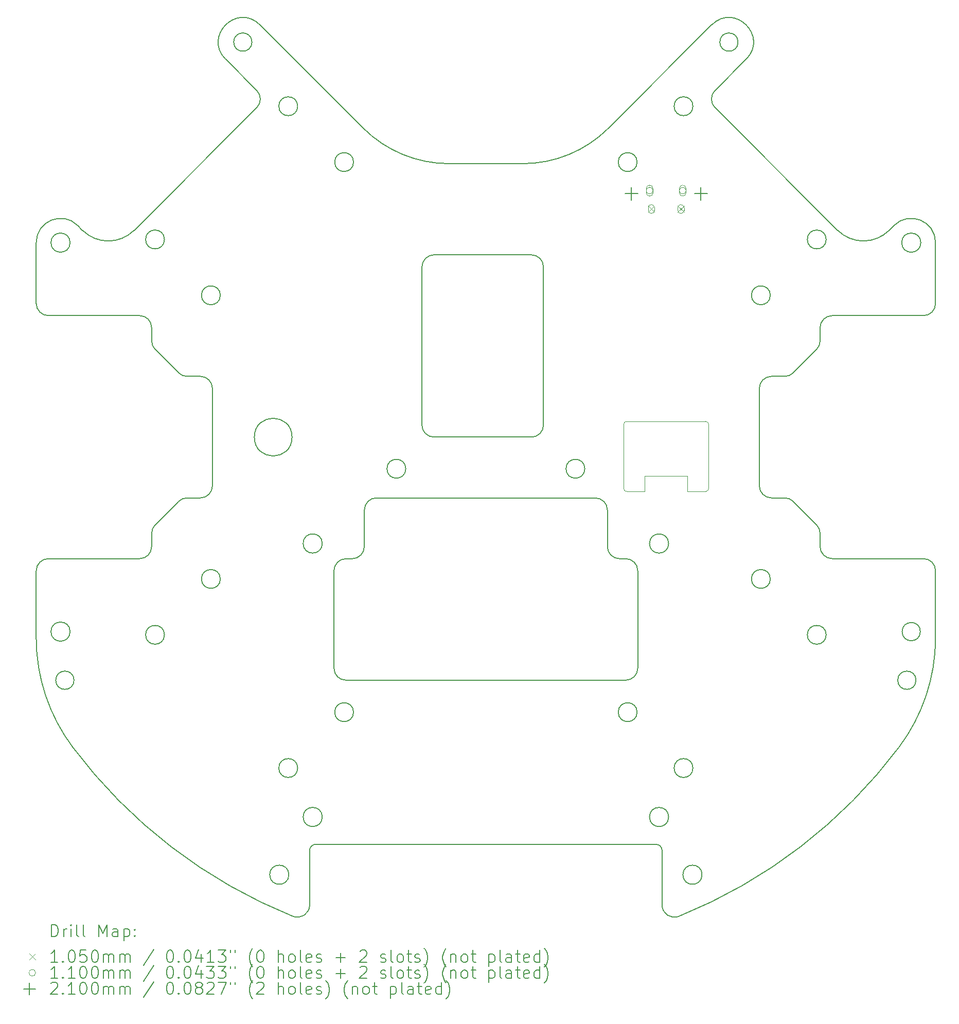
<source format=gbr>
%TF.GenerationSoftware,KiCad,Pcbnew,7.0.10*%
%TF.CreationDate,2024-01-30T15:14:12+08:00*%
%TF.ProjectId,top-rounded,746f702d-726f-4756-9e64-65642e6b6963,rev?*%
%TF.SameCoordinates,Original*%
%TF.FileFunction,Drillmap*%
%TF.FilePolarity,Positive*%
%FSLAX45Y45*%
G04 Gerber Fmt 4.5, Leading zero omitted, Abs format (unit mm)*
G04 Created by KiCad (PCBNEW 7.0.10) date 2024-01-30 15:14:12*
%MOMM*%
%LPD*%
G01*
G04 APERTURE LIST*
%ADD10C,0.200000*%
%ADD11C,0.100000*%
%ADD12C,0.105000*%
%ADD13C,0.110000*%
%ADD14C,0.210000*%
G04 APERTURE END LIST*
D10*
X15500000Y-11800000D02*
X15500000Y-11582843D01*
X4500000Y-11582843D02*
X4500000Y-11800000D01*
X4500000Y-8200000D02*
G75*
G03*
X4300000Y-8000000I-200000J0D01*
G01*
X6825301Y-17884877D02*
G75*
G03*
X7100000Y-17699351I74699J185527D01*
G01*
X13007500Y-16250000D02*
G75*
G03*
X12692500Y-16250000I-157500J0D01*
G01*
X12692500Y-16250000D02*
G75*
G03*
X13007500Y-16250000I157500J0D01*
G01*
X8947797Y-9800000D02*
X8947797Y-7200000D01*
X12900000Y-16800000D02*
G75*
G03*
X12800000Y-16700000I-100000J0D01*
G01*
X12000000Y-11200000D02*
G75*
G03*
X11800000Y-11000000I-200000J0D01*
G01*
X16717157Y-6517157D02*
X16637615Y-6596699D01*
X2800000Y-8000000D02*
X4300000Y-8000000D01*
X10747797Y-10000000D02*
X9147797Y-10000000D01*
X6902309Y-15444722D02*
G75*
G03*
X6592309Y-15444722I-155000J0D01*
G01*
X6592309Y-15444722D02*
G75*
G03*
X6902309Y-15444722I155000J0D01*
G01*
X7500000Y-13800000D02*
G75*
G03*
X7700000Y-14000000I200000J0D01*
G01*
X8000000Y-11800000D02*
X8000000Y-11200000D01*
X10747797Y-10000007D02*
G75*
G03*
X10947797Y-9800000I-7J200007D01*
G01*
X2600000Y-13300000D02*
G75*
G03*
X3200000Y-15100000I3000000J0D01*
G01*
X4710278Y-13252691D02*
G75*
G03*
X4400278Y-13252691I-155000J0D01*
G01*
X4400278Y-13252691D02*
G75*
G03*
X4710278Y-13252691I155000J0D01*
G01*
X10605888Y-5500002D02*
G75*
G03*
X12020101Y-4914214I-8J2000012D01*
G01*
X17078203Y-14000000D02*
G75*
G03*
X16778203Y-14000000I-150000J0D01*
G01*
X16778203Y-14000000D02*
G75*
G03*
X17078203Y-14000000I150000J0D01*
G01*
X11628000Y-10520000D02*
G75*
G03*
X11318000Y-10520000I-155000J0D01*
G01*
X11318000Y-10520000D02*
G75*
G03*
X11628000Y-10520000I155000J0D01*
G01*
X15599722Y-13252691D02*
G75*
G03*
X15289722Y-13252691I-155000J0D01*
G01*
X15289722Y-13252691D02*
G75*
G03*
X15599722Y-13252691I155000J0D01*
G01*
X13557500Y-17200000D02*
G75*
G03*
X13242500Y-17200000I-157500J0D01*
G01*
X13242500Y-17200000D02*
G75*
G03*
X13557500Y-17200000I157500J0D01*
G01*
X3362385Y-6596699D02*
G75*
G03*
X4210913Y-6596699I424264J424264D01*
G01*
X13770458Y-4295227D02*
X14282843Y-3782843D01*
X7500000Y-13800000D02*
X7500000Y-12200000D01*
X7821548Y-14525483D02*
G75*
G03*
X7511548Y-14525483I-155000J0D01*
G01*
X7511548Y-14525483D02*
G75*
G03*
X7821548Y-14525483I155000J0D01*
G01*
X12488452Y-5474517D02*
G75*
G03*
X12178452Y-5474517I-155000J0D01*
G01*
X12178452Y-5474517D02*
G75*
G03*
X12488452Y-5474517I155000J0D01*
G01*
X4941422Y-8941421D02*
G75*
G03*
X5082843Y-9000000I141418J141411D01*
G01*
X14282843Y-3782843D02*
G75*
G03*
X13717157Y-3217157I-282843J282843D01*
G01*
X14700000Y-9000000D02*
X14917157Y-9000000D01*
X3282843Y-6517157D02*
G75*
G03*
X2600000Y-6800000I-282843J-282843D01*
G01*
X6757500Y-17200000D02*
G75*
G03*
X6442500Y-17200000I-157500J0D01*
G01*
X6442500Y-17200000D02*
G75*
G03*
X6757500Y-17200000I157500J0D01*
G01*
X12900000Y-16800000D02*
X12900000Y-17699351D01*
X3221797Y-14000000D02*
G75*
G03*
X2921797Y-14000000I-150000J0D01*
G01*
X2921797Y-14000000D02*
G75*
G03*
X3221797Y-14000000I150000J0D01*
G01*
X13770459Y-4295229D02*
G75*
G03*
X13770458Y-4578070I141421J-141421D01*
G01*
X12000000Y-11200000D02*
X12000000Y-11800000D01*
X12500000Y-12200000D02*
G75*
G03*
X12300000Y-12000000I-200000J0D01*
G01*
X6902309Y-4555278D02*
G75*
G03*
X6592309Y-4555278I-155000J0D01*
G01*
X6592309Y-4555278D02*
G75*
G03*
X6902309Y-4555278I155000J0D01*
G01*
X15441421Y-11441421D02*
X15058579Y-11058579D01*
X5082843Y-10999998D02*
G75*
G03*
X4941421Y-11058579I7J-200012D01*
G01*
X12500000Y-12200000D02*
X12500000Y-13800000D01*
X7100000Y-17699351D02*
X7100000Y-16800000D01*
X15789087Y-6596699D02*
G75*
G03*
X16637615Y-6596699I424264J424264D01*
G01*
X15700000Y-8000000D02*
X17200000Y-8000000D01*
X13007500Y-11750000D02*
G75*
G03*
X12692500Y-11750000I-157500J0D01*
G01*
X12692500Y-11750000D02*
G75*
G03*
X13007500Y-11750000I157500J0D01*
G01*
X7700000Y-12000000D02*
G75*
G03*
X7500000Y-12200000I0J-200000D01*
G01*
X9147797Y-7000000D02*
X10747797Y-7000000D01*
X2800000Y-12000000D02*
G75*
G03*
X2600000Y-12200000I0J-200000D01*
G01*
X7200000Y-16700000D02*
G75*
G03*
X7100000Y-16800000I0J-100000D01*
G01*
X12200000Y-12000000D02*
X12300000Y-12000000D01*
X2600000Y-12200000D02*
X2600000Y-13300000D01*
X5300000Y-11000000D02*
X5082843Y-11000000D01*
X16800000Y-15100000D02*
G75*
G03*
X17400000Y-13300000I-2400000J1800000D01*
G01*
X12899999Y-17699351D02*
G75*
G03*
X13174699Y-17884877I200001J1D01*
G01*
X13717157Y-3217157D02*
X12020101Y-4914214D01*
X17400000Y-12200000D02*
G75*
G03*
X17200000Y-12000000I-200000J0D01*
G01*
X14680483Y-12333452D02*
G75*
G03*
X14370483Y-12333452I-155000J0D01*
G01*
X14370483Y-12333452D02*
G75*
G03*
X14680483Y-12333452I155000J0D01*
G01*
X3200000Y-15100000D02*
G75*
G03*
X6825301Y-17884877I6800000J5100000D01*
G01*
X13407691Y-4555278D02*
G75*
G03*
X13097691Y-4555278I-155000J0D01*
G01*
X13097691Y-4555278D02*
G75*
G03*
X13407691Y-4555278I155000J0D01*
G01*
X4300000Y-12000000D02*
X2800000Y-12000000D01*
X5300000Y-11000000D02*
G75*
G03*
X5500000Y-10800000I0J200000D01*
G01*
X14917157Y-9000002D02*
G75*
G03*
X15058579Y-8941421I-7J200012D01*
G01*
X7800000Y-12000000D02*
G75*
G03*
X8000000Y-11800000I0J200000D01*
G01*
X15700000Y-8000000D02*
G75*
G03*
X15500000Y-8200000I0J-200000D01*
G01*
X5500000Y-9200000D02*
X5500000Y-10800000D01*
X17200000Y-12000000D02*
X15700000Y-12000000D01*
X13174699Y-17884877D02*
G75*
G03*
X16800000Y-15100000I-3174699J7884877D01*
G01*
X3157500Y-6800000D02*
G75*
G03*
X2842500Y-6800000I-157500J0D01*
G01*
X2842500Y-6800000D02*
G75*
G03*
X3157500Y-6800000I157500J0D01*
G01*
X15441421Y-8558578D02*
G75*
G03*
X15500000Y-8417157I-141411J141418D01*
G01*
X3157500Y-13200000D02*
G75*
G03*
X2842500Y-13200000I-157500J0D01*
G01*
X2842500Y-13200000D02*
G75*
G03*
X3157500Y-13200000I157500J0D01*
G01*
X7307500Y-11750000D02*
G75*
G03*
X6992500Y-11750000I-157500J0D01*
G01*
X6992500Y-11750000D02*
G75*
G03*
X7307500Y-11750000I157500J0D01*
G01*
X15500002Y-11582843D02*
G75*
G03*
X15441421Y-11441421I-200012J-7D01*
G01*
X7307500Y-16250000D02*
G75*
G03*
X6992500Y-16250000I-157500J0D01*
G01*
X6992500Y-16250000D02*
G75*
G03*
X7307500Y-16250000I157500J0D01*
G01*
X4300000Y-12000000D02*
G75*
G03*
X4500000Y-11800000I0J200000D01*
G01*
X14150000Y-3500000D02*
G75*
G03*
X13850000Y-3500000I-150000J0D01*
G01*
X13850000Y-3500000D02*
G75*
G03*
X14150000Y-3500000I150000J0D01*
G01*
X12488452Y-14525483D02*
G75*
G03*
X12178452Y-14525483I-155000J0D01*
G01*
X12178452Y-14525483D02*
G75*
G03*
X12488452Y-14525483I155000J0D01*
G01*
X14700000Y-9000000D02*
G75*
G03*
X14500000Y-9200000I0J-200000D01*
G01*
X14680483Y-7666548D02*
G75*
G03*
X14370483Y-7666548I-155000J0D01*
G01*
X14370483Y-7666548D02*
G75*
G03*
X14680483Y-7666548I155000J0D01*
G01*
X14917157Y-11000000D02*
X14700000Y-11000000D01*
X15500000Y-8417157D02*
X15500000Y-8200000D01*
X2600000Y-6800000D02*
X2600000Y-7800000D01*
X14500000Y-10800000D02*
G75*
G03*
X14700000Y-11000000I200000J0D01*
G01*
X4941421Y-11058579D02*
X4558579Y-11441421D01*
X12300000Y-14000000D02*
X7700000Y-14000000D01*
X8200000Y-11000000D02*
G75*
G03*
X8000000Y-11200000I0J-200000D01*
G01*
X7979899Y-4914214D02*
X6282843Y-3217157D01*
X17157500Y-6800000D02*
G75*
G03*
X16842500Y-6800000I-157500J0D01*
G01*
X16842500Y-6800000D02*
G75*
G03*
X17157500Y-6800000I157500J0D01*
G01*
X7200000Y-16700000D02*
X12800000Y-16700000D01*
X8682000Y-10520000D02*
G75*
G03*
X8372000Y-10520000I-155000J0D01*
G01*
X8372000Y-10520000D02*
G75*
G03*
X8682000Y-10520000I155000J0D01*
G01*
X5717157Y-3782843D02*
X6229542Y-4295227D01*
X15058578Y-11058579D02*
G75*
G03*
X14917157Y-11000000I-141418J-141411D01*
G01*
X4558579Y-8558579D02*
X4941421Y-8941421D01*
X5082843Y-9000000D02*
X5300000Y-9000000D01*
X17200000Y-8000000D02*
G75*
G03*
X17400000Y-7800000I0J200000D01*
G01*
X15058579Y-8941421D02*
X15441421Y-8558579D01*
X10947790Y-7200000D02*
G75*
G03*
X10747797Y-7000000I-199990J10D01*
G01*
X6282843Y-3217157D02*
G75*
G03*
X5717157Y-3782843I-282843J-282843D01*
G01*
X17400000Y-7800000D02*
X17400000Y-6800000D01*
X7700000Y-12000000D02*
X7800000Y-12000000D01*
X4500000Y-8200000D02*
X4500000Y-8417157D01*
X15789087Y-6596699D02*
X13770458Y-4578070D01*
X4558579Y-11441422D02*
G75*
G03*
X4500000Y-11582843I141411J-141418D01*
G01*
X6150000Y-3500000D02*
G75*
G03*
X5850000Y-3500000I-150000J0D01*
G01*
X5850000Y-3500000D02*
G75*
G03*
X6150000Y-3500000I150000J0D01*
G01*
X15500000Y-11800000D02*
G75*
G03*
X15700000Y-12000000I200000J0D01*
G01*
X12000000Y-11800000D02*
G75*
G03*
X12200000Y-12000000I200000J0D01*
G01*
X12300000Y-14000000D02*
G75*
G03*
X12500000Y-13800000I0J200000D01*
G01*
X5629517Y-12333452D02*
G75*
G03*
X5319517Y-12333452I-155000J0D01*
G01*
X5319517Y-12333452D02*
G75*
G03*
X5629517Y-12333452I155000J0D01*
G01*
X6810000Y-10000000D02*
G75*
G03*
X6190000Y-10000000I-310000J0D01*
G01*
X6190000Y-10000000D02*
G75*
G03*
X6810000Y-10000000I310000J0D01*
G01*
X14500000Y-10800000D02*
X14500000Y-9200000D01*
X7979900Y-4914213D02*
G75*
G03*
X9394113Y-5500000I1414210J1414203D01*
G01*
X15599722Y-6747309D02*
G75*
G03*
X15289722Y-6747309I-155000J0D01*
G01*
X15289722Y-6747309D02*
G75*
G03*
X15599722Y-6747309I155000J0D01*
G01*
X5500000Y-9200000D02*
G75*
G03*
X5300000Y-9000000I-200000J0D01*
G01*
X10605888Y-5500000D02*
X9394113Y-5500000D01*
X10947797Y-7200000D02*
X10947797Y-9800000D01*
X8200000Y-11000000D02*
X11800000Y-11000000D01*
X6229542Y-4578070D02*
X4210913Y-6596699D01*
X4499998Y-8417157D02*
G75*
G03*
X4558579Y-8558579I200012J7D01*
G01*
X17150000Y-13200000D02*
G75*
G03*
X16850000Y-13200000I-150000J0D01*
G01*
X16850000Y-13200000D02*
G75*
G03*
X17150000Y-13200000I150000J0D01*
G01*
X3362385Y-6596699D02*
X3282843Y-6517157D01*
X2600000Y-7800000D02*
G75*
G03*
X2800000Y-8000000I200000J0D01*
G01*
X6229543Y-4578071D02*
G75*
G03*
X6229542Y-4295227I-141423J141421D01*
G01*
X17400000Y-6800000D02*
G75*
G03*
X16717157Y-6517157I-400000J0D01*
G01*
X4710278Y-6747309D02*
G75*
G03*
X4400278Y-6747309I-155000J0D01*
G01*
X4400278Y-6747309D02*
G75*
G03*
X4710278Y-6747309I155000J0D01*
G01*
X13407691Y-15444722D02*
G75*
G03*
X13097691Y-15444722I-155000J0D01*
G01*
X13097691Y-15444722D02*
G75*
G03*
X13407691Y-15444722I155000J0D01*
G01*
X5629517Y-7666548D02*
G75*
G03*
X5319517Y-7666548I-155000J0D01*
G01*
X5319517Y-7666548D02*
G75*
G03*
X5629517Y-7666548I155000J0D01*
G01*
X7821548Y-5474517D02*
G75*
G03*
X7511548Y-5474517I-155000J0D01*
G01*
X7511548Y-5474517D02*
G75*
G03*
X7821548Y-5474517I155000J0D01*
G01*
X8947790Y-9800000D02*
G75*
G03*
X9147797Y-10000000I200010J10D01*
G01*
X9147797Y-7000006D02*
G75*
G03*
X8947797Y-7200000I-7J-199994D01*
G01*
X17400000Y-13300000D02*
X17400000Y-12200000D01*
D11*
X12266700Y-9790900D02*
X12266700Y-10103900D01*
X12266700Y-10843900D02*
X12266700Y-10103900D01*
X12316700Y-9740900D02*
X13616700Y-9740900D01*
X12316700Y-10893900D02*
X12616700Y-10893900D01*
X12616700Y-10893900D02*
X12616700Y-10639900D01*
X13316700Y-10639900D02*
X12616700Y-10639900D01*
X13316700Y-10893900D02*
X13316700Y-10639900D01*
X13616700Y-10893900D02*
X13316700Y-10893900D01*
X13666700Y-9790900D02*
X13666700Y-10103900D01*
X13666700Y-10103900D02*
X13666700Y-10843900D01*
X12316700Y-9740900D02*
G75*
G03*
X12266700Y-9790900I0J-50000D01*
G01*
X12266700Y-10843900D02*
G75*
G03*
X12316700Y-10893900I50000J0D01*
G01*
X13666700Y-9790900D02*
G75*
G03*
X13616700Y-9740900I-50000J0D01*
G01*
X13616700Y-10893900D02*
G75*
G03*
X13666700Y-10843900I0J50000D01*
G01*
D10*
D12*
X12671700Y-6194400D02*
X12776700Y-6299400D01*
X12776700Y-6194400D02*
X12671700Y-6299400D01*
D11*
X12671700Y-6226900D02*
X12671700Y-6266900D01*
X12671700Y-6266900D02*
G75*
G03*
X12776700Y-6266900I52500J0D01*
G01*
X12776700Y-6266900D02*
X12776700Y-6226900D01*
X12776700Y-6226900D02*
G75*
G03*
X12671700Y-6226900I-52500J0D01*
G01*
D12*
X13156700Y-6194400D02*
X13261700Y-6299400D01*
X13261700Y-6194400D02*
X13156700Y-6299400D01*
D11*
X13156700Y-6226900D02*
X13156700Y-6266900D01*
X13156700Y-6266900D02*
G75*
G03*
X13261700Y-6266900I52500J0D01*
G01*
X13261700Y-6266900D02*
X13261700Y-6226900D01*
X13261700Y-6226900D02*
G75*
G03*
X13156700Y-6226900I-52500J0D01*
G01*
D13*
X12749200Y-5943900D02*
G75*
G03*
X12639200Y-5943900I-55000J0D01*
G01*
X12639200Y-5943900D02*
G75*
G03*
X12749200Y-5943900I55000J0D01*
G01*
D11*
X12639200Y-5908900D02*
X12639200Y-5978900D01*
X12639200Y-5978900D02*
G75*
G03*
X12749200Y-5978900I55000J0D01*
G01*
X12749200Y-5978900D02*
X12749200Y-5908900D01*
X12749200Y-5908900D02*
G75*
G03*
X12639200Y-5908900I-55000J0D01*
G01*
D13*
X13294200Y-5943900D02*
G75*
G03*
X13184200Y-5943900I-55000J0D01*
G01*
X13184200Y-5943900D02*
G75*
G03*
X13294200Y-5943900I55000J0D01*
G01*
D11*
X13184200Y-5908900D02*
X13184200Y-5978900D01*
X13184200Y-5978900D02*
G75*
G03*
X13294200Y-5978900I55000J0D01*
G01*
X13294200Y-5978900D02*
X13294200Y-5908900D01*
X13294200Y-5908900D02*
G75*
G03*
X13184200Y-5908900I-55000J0D01*
G01*
D14*
X12396700Y-5888900D02*
X12396700Y-6098900D01*
X12291700Y-5993900D02*
X12501700Y-5993900D01*
X13536700Y-5888900D02*
X13536700Y-6098900D01*
X13431700Y-5993900D02*
X13641700Y-5993900D01*
D10*
X2850777Y-18220834D02*
X2850777Y-18020834D01*
X2850777Y-18020834D02*
X2898396Y-18020834D01*
X2898396Y-18020834D02*
X2926967Y-18030358D01*
X2926967Y-18030358D02*
X2946015Y-18049406D01*
X2946015Y-18049406D02*
X2955539Y-18068453D01*
X2955539Y-18068453D02*
X2965062Y-18106549D01*
X2965062Y-18106549D02*
X2965062Y-18135120D01*
X2965062Y-18135120D02*
X2955539Y-18173215D01*
X2955539Y-18173215D02*
X2946015Y-18192263D01*
X2946015Y-18192263D02*
X2926967Y-18211311D01*
X2926967Y-18211311D02*
X2898396Y-18220834D01*
X2898396Y-18220834D02*
X2850777Y-18220834D01*
X3050777Y-18220834D02*
X3050777Y-18087501D01*
X3050777Y-18125596D02*
X3060301Y-18106549D01*
X3060301Y-18106549D02*
X3069824Y-18097025D01*
X3069824Y-18097025D02*
X3088872Y-18087501D01*
X3088872Y-18087501D02*
X3107920Y-18087501D01*
X3174586Y-18220834D02*
X3174586Y-18087501D01*
X3174586Y-18020834D02*
X3165062Y-18030358D01*
X3165062Y-18030358D02*
X3174586Y-18039882D01*
X3174586Y-18039882D02*
X3184110Y-18030358D01*
X3184110Y-18030358D02*
X3174586Y-18020834D01*
X3174586Y-18020834D02*
X3174586Y-18039882D01*
X3298396Y-18220834D02*
X3279348Y-18211311D01*
X3279348Y-18211311D02*
X3269824Y-18192263D01*
X3269824Y-18192263D02*
X3269824Y-18020834D01*
X3403158Y-18220834D02*
X3384110Y-18211311D01*
X3384110Y-18211311D02*
X3374586Y-18192263D01*
X3374586Y-18192263D02*
X3374586Y-18020834D01*
X3631729Y-18220834D02*
X3631729Y-18020834D01*
X3631729Y-18020834D02*
X3698396Y-18163691D01*
X3698396Y-18163691D02*
X3765062Y-18020834D01*
X3765062Y-18020834D02*
X3765062Y-18220834D01*
X3946015Y-18220834D02*
X3946015Y-18116072D01*
X3946015Y-18116072D02*
X3936491Y-18097025D01*
X3936491Y-18097025D02*
X3917443Y-18087501D01*
X3917443Y-18087501D02*
X3879348Y-18087501D01*
X3879348Y-18087501D02*
X3860301Y-18097025D01*
X3946015Y-18211311D02*
X3926967Y-18220834D01*
X3926967Y-18220834D02*
X3879348Y-18220834D01*
X3879348Y-18220834D02*
X3860301Y-18211311D01*
X3860301Y-18211311D02*
X3850777Y-18192263D01*
X3850777Y-18192263D02*
X3850777Y-18173215D01*
X3850777Y-18173215D02*
X3860301Y-18154168D01*
X3860301Y-18154168D02*
X3879348Y-18144644D01*
X3879348Y-18144644D02*
X3926967Y-18144644D01*
X3926967Y-18144644D02*
X3946015Y-18135120D01*
X4041253Y-18087501D02*
X4041253Y-18287501D01*
X4041253Y-18097025D02*
X4060301Y-18087501D01*
X4060301Y-18087501D02*
X4098396Y-18087501D01*
X4098396Y-18087501D02*
X4117443Y-18097025D01*
X4117443Y-18097025D02*
X4126967Y-18106549D01*
X4126967Y-18106549D02*
X4136491Y-18125596D01*
X4136491Y-18125596D02*
X4136491Y-18182739D01*
X4136491Y-18182739D02*
X4126967Y-18201787D01*
X4126967Y-18201787D02*
X4117443Y-18211311D01*
X4117443Y-18211311D02*
X4098396Y-18220834D01*
X4098396Y-18220834D02*
X4060301Y-18220834D01*
X4060301Y-18220834D02*
X4041253Y-18211311D01*
X4222205Y-18201787D02*
X4231729Y-18211311D01*
X4231729Y-18211311D02*
X4222205Y-18220834D01*
X4222205Y-18220834D02*
X4212682Y-18211311D01*
X4212682Y-18211311D02*
X4222205Y-18201787D01*
X4222205Y-18201787D02*
X4222205Y-18220834D01*
X4222205Y-18097025D02*
X4231729Y-18106549D01*
X4231729Y-18106549D02*
X4222205Y-18116072D01*
X4222205Y-18116072D02*
X4212682Y-18106549D01*
X4212682Y-18106549D02*
X4222205Y-18097025D01*
X4222205Y-18097025D02*
X4222205Y-18116072D01*
D12*
X2485000Y-18496851D02*
X2590000Y-18601851D01*
X2590000Y-18496851D02*
X2485000Y-18601851D01*
D10*
X2955539Y-18640834D02*
X2841253Y-18640834D01*
X2898396Y-18640834D02*
X2898396Y-18440834D01*
X2898396Y-18440834D02*
X2879348Y-18469406D01*
X2879348Y-18469406D02*
X2860301Y-18488453D01*
X2860301Y-18488453D02*
X2841253Y-18497977D01*
X3041253Y-18621787D02*
X3050777Y-18631311D01*
X3050777Y-18631311D02*
X3041253Y-18640834D01*
X3041253Y-18640834D02*
X3031729Y-18631311D01*
X3031729Y-18631311D02*
X3041253Y-18621787D01*
X3041253Y-18621787D02*
X3041253Y-18640834D01*
X3174586Y-18440834D02*
X3193634Y-18440834D01*
X3193634Y-18440834D02*
X3212682Y-18450358D01*
X3212682Y-18450358D02*
X3222205Y-18459882D01*
X3222205Y-18459882D02*
X3231729Y-18478930D01*
X3231729Y-18478930D02*
X3241253Y-18517025D01*
X3241253Y-18517025D02*
X3241253Y-18564644D01*
X3241253Y-18564644D02*
X3231729Y-18602739D01*
X3231729Y-18602739D02*
X3222205Y-18621787D01*
X3222205Y-18621787D02*
X3212682Y-18631311D01*
X3212682Y-18631311D02*
X3193634Y-18640834D01*
X3193634Y-18640834D02*
X3174586Y-18640834D01*
X3174586Y-18640834D02*
X3155539Y-18631311D01*
X3155539Y-18631311D02*
X3146015Y-18621787D01*
X3146015Y-18621787D02*
X3136491Y-18602739D01*
X3136491Y-18602739D02*
X3126967Y-18564644D01*
X3126967Y-18564644D02*
X3126967Y-18517025D01*
X3126967Y-18517025D02*
X3136491Y-18478930D01*
X3136491Y-18478930D02*
X3146015Y-18459882D01*
X3146015Y-18459882D02*
X3155539Y-18450358D01*
X3155539Y-18450358D02*
X3174586Y-18440834D01*
X3422205Y-18440834D02*
X3326967Y-18440834D01*
X3326967Y-18440834D02*
X3317443Y-18536072D01*
X3317443Y-18536072D02*
X3326967Y-18526549D01*
X3326967Y-18526549D02*
X3346015Y-18517025D01*
X3346015Y-18517025D02*
X3393634Y-18517025D01*
X3393634Y-18517025D02*
X3412682Y-18526549D01*
X3412682Y-18526549D02*
X3422205Y-18536072D01*
X3422205Y-18536072D02*
X3431729Y-18555120D01*
X3431729Y-18555120D02*
X3431729Y-18602739D01*
X3431729Y-18602739D02*
X3422205Y-18621787D01*
X3422205Y-18621787D02*
X3412682Y-18631311D01*
X3412682Y-18631311D02*
X3393634Y-18640834D01*
X3393634Y-18640834D02*
X3346015Y-18640834D01*
X3346015Y-18640834D02*
X3326967Y-18631311D01*
X3326967Y-18631311D02*
X3317443Y-18621787D01*
X3555539Y-18440834D02*
X3574586Y-18440834D01*
X3574586Y-18440834D02*
X3593634Y-18450358D01*
X3593634Y-18450358D02*
X3603158Y-18459882D01*
X3603158Y-18459882D02*
X3612682Y-18478930D01*
X3612682Y-18478930D02*
X3622205Y-18517025D01*
X3622205Y-18517025D02*
X3622205Y-18564644D01*
X3622205Y-18564644D02*
X3612682Y-18602739D01*
X3612682Y-18602739D02*
X3603158Y-18621787D01*
X3603158Y-18621787D02*
X3593634Y-18631311D01*
X3593634Y-18631311D02*
X3574586Y-18640834D01*
X3574586Y-18640834D02*
X3555539Y-18640834D01*
X3555539Y-18640834D02*
X3536491Y-18631311D01*
X3536491Y-18631311D02*
X3526967Y-18621787D01*
X3526967Y-18621787D02*
X3517443Y-18602739D01*
X3517443Y-18602739D02*
X3507920Y-18564644D01*
X3507920Y-18564644D02*
X3507920Y-18517025D01*
X3507920Y-18517025D02*
X3517443Y-18478930D01*
X3517443Y-18478930D02*
X3526967Y-18459882D01*
X3526967Y-18459882D02*
X3536491Y-18450358D01*
X3536491Y-18450358D02*
X3555539Y-18440834D01*
X3707920Y-18640834D02*
X3707920Y-18507501D01*
X3707920Y-18526549D02*
X3717443Y-18517025D01*
X3717443Y-18517025D02*
X3736491Y-18507501D01*
X3736491Y-18507501D02*
X3765063Y-18507501D01*
X3765063Y-18507501D02*
X3784110Y-18517025D01*
X3784110Y-18517025D02*
X3793634Y-18536072D01*
X3793634Y-18536072D02*
X3793634Y-18640834D01*
X3793634Y-18536072D02*
X3803158Y-18517025D01*
X3803158Y-18517025D02*
X3822205Y-18507501D01*
X3822205Y-18507501D02*
X3850777Y-18507501D01*
X3850777Y-18507501D02*
X3869824Y-18517025D01*
X3869824Y-18517025D02*
X3879348Y-18536072D01*
X3879348Y-18536072D02*
X3879348Y-18640834D01*
X3974586Y-18640834D02*
X3974586Y-18507501D01*
X3974586Y-18526549D02*
X3984110Y-18517025D01*
X3984110Y-18517025D02*
X4003158Y-18507501D01*
X4003158Y-18507501D02*
X4031729Y-18507501D01*
X4031729Y-18507501D02*
X4050777Y-18517025D01*
X4050777Y-18517025D02*
X4060301Y-18536072D01*
X4060301Y-18536072D02*
X4060301Y-18640834D01*
X4060301Y-18536072D02*
X4069824Y-18517025D01*
X4069824Y-18517025D02*
X4088872Y-18507501D01*
X4088872Y-18507501D02*
X4117443Y-18507501D01*
X4117443Y-18507501D02*
X4136491Y-18517025D01*
X4136491Y-18517025D02*
X4146015Y-18536072D01*
X4146015Y-18536072D02*
X4146015Y-18640834D01*
X4536491Y-18431311D02*
X4365063Y-18688453D01*
X4793634Y-18440834D02*
X4812682Y-18440834D01*
X4812682Y-18440834D02*
X4831729Y-18450358D01*
X4831729Y-18450358D02*
X4841253Y-18459882D01*
X4841253Y-18459882D02*
X4850777Y-18478930D01*
X4850777Y-18478930D02*
X4860301Y-18517025D01*
X4860301Y-18517025D02*
X4860301Y-18564644D01*
X4860301Y-18564644D02*
X4850777Y-18602739D01*
X4850777Y-18602739D02*
X4841253Y-18621787D01*
X4841253Y-18621787D02*
X4831729Y-18631311D01*
X4831729Y-18631311D02*
X4812682Y-18640834D01*
X4812682Y-18640834D02*
X4793634Y-18640834D01*
X4793634Y-18640834D02*
X4774587Y-18631311D01*
X4774587Y-18631311D02*
X4765063Y-18621787D01*
X4765063Y-18621787D02*
X4755539Y-18602739D01*
X4755539Y-18602739D02*
X4746015Y-18564644D01*
X4746015Y-18564644D02*
X4746015Y-18517025D01*
X4746015Y-18517025D02*
X4755539Y-18478930D01*
X4755539Y-18478930D02*
X4765063Y-18459882D01*
X4765063Y-18459882D02*
X4774587Y-18450358D01*
X4774587Y-18450358D02*
X4793634Y-18440834D01*
X4946015Y-18621787D02*
X4955539Y-18631311D01*
X4955539Y-18631311D02*
X4946015Y-18640834D01*
X4946015Y-18640834D02*
X4936491Y-18631311D01*
X4936491Y-18631311D02*
X4946015Y-18621787D01*
X4946015Y-18621787D02*
X4946015Y-18640834D01*
X5079348Y-18440834D02*
X5098396Y-18440834D01*
X5098396Y-18440834D02*
X5117444Y-18450358D01*
X5117444Y-18450358D02*
X5126968Y-18459882D01*
X5126968Y-18459882D02*
X5136491Y-18478930D01*
X5136491Y-18478930D02*
X5146015Y-18517025D01*
X5146015Y-18517025D02*
X5146015Y-18564644D01*
X5146015Y-18564644D02*
X5136491Y-18602739D01*
X5136491Y-18602739D02*
X5126968Y-18621787D01*
X5126968Y-18621787D02*
X5117444Y-18631311D01*
X5117444Y-18631311D02*
X5098396Y-18640834D01*
X5098396Y-18640834D02*
X5079348Y-18640834D01*
X5079348Y-18640834D02*
X5060301Y-18631311D01*
X5060301Y-18631311D02*
X5050777Y-18621787D01*
X5050777Y-18621787D02*
X5041253Y-18602739D01*
X5041253Y-18602739D02*
X5031729Y-18564644D01*
X5031729Y-18564644D02*
X5031729Y-18517025D01*
X5031729Y-18517025D02*
X5041253Y-18478930D01*
X5041253Y-18478930D02*
X5050777Y-18459882D01*
X5050777Y-18459882D02*
X5060301Y-18450358D01*
X5060301Y-18450358D02*
X5079348Y-18440834D01*
X5317444Y-18507501D02*
X5317444Y-18640834D01*
X5269825Y-18431311D02*
X5222206Y-18574168D01*
X5222206Y-18574168D02*
X5346015Y-18574168D01*
X5526968Y-18640834D02*
X5412682Y-18640834D01*
X5469825Y-18640834D02*
X5469825Y-18440834D01*
X5469825Y-18440834D02*
X5450777Y-18469406D01*
X5450777Y-18469406D02*
X5431729Y-18488453D01*
X5431729Y-18488453D02*
X5412682Y-18497977D01*
X5593634Y-18440834D02*
X5717444Y-18440834D01*
X5717444Y-18440834D02*
X5650777Y-18517025D01*
X5650777Y-18517025D02*
X5679348Y-18517025D01*
X5679348Y-18517025D02*
X5698396Y-18526549D01*
X5698396Y-18526549D02*
X5707920Y-18536072D01*
X5707920Y-18536072D02*
X5717444Y-18555120D01*
X5717444Y-18555120D02*
X5717444Y-18602739D01*
X5717444Y-18602739D02*
X5707920Y-18621787D01*
X5707920Y-18621787D02*
X5698396Y-18631311D01*
X5698396Y-18631311D02*
X5679348Y-18640834D01*
X5679348Y-18640834D02*
X5622206Y-18640834D01*
X5622206Y-18640834D02*
X5603158Y-18631311D01*
X5603158Y-18631311D02*
X5593634Y-18621787D01*
X5793634Y-18440834D02*
X5793634Y-18478930D01*
X5869825Y-18440834D02*
X5869825Y-18478930D01*
X6165063Y-18717025D02*
X6155539Y-18707501D01*
X6155539Y-18707501D02*
X6136491Y-18678930D01*
X6136491Y-18678930D02*
X6126968Y-18659882D01*
X6126968Y-18659882D02*
X6117444Y-18631311D01*
X6117444Y-18631311D02*
X6107920Y-18583691D01*
X6107920Y-18583691D02*
X6107920Y-18545596D01*
X6107920Y-18545596D02*
X6117444Y-18497977D01*
X6117444Y-18497977D02*
X6126968Y-18469406D01*
X6126968Y-18469406D02*
X6136491Y-18450358D01*
X6136491Y-18450358D02*
X6155539Y-18421787D01*
X6155539Y-18421787D02*
X6165063Y-18412263D01*
X6279348Y-18440834D02*
X6298396Y-18440834D01*
X6298396Y-18440834D02*
X6317444Y-18450358D01*
X6317444Y-18450358D02*
X6326968Y-18459882D01*
X6326968Y-18459882D02*
X6336491Y-18478930D01*
X6336491Y-18478930D02*
X6346015Y-18517025D01*
X6346015Y-18517025D02*
X6346015Y-18564644D01*
X6346015Y-18564644D02*
X6336491Y-18602739D01*
X6336491Y-18602739D02*
X6326968Y-18621787D01*
X6326968Y-18621787D02*
X6317444Y-18631311D01*
X6317444Y-18631311D02*
X6298396Y-18640834D01*
X6298396Y-18640834D02*
X6279348Y-18640834D01*
X6279348Y-18640834D02*
X6260301Y-18631311D01*
X6260301Y-18631311D02*
X6250777Y-18621787D01*
X6250777Y-18621787D02*
X6241253Y-18602739D01*
X6241253Y-18602739D02*
X6231729Y-18564644D01*
X6231729Y-18564644D02*
X6231729Y-18517025D01*
X6231729Y-18517025D02*
X6241253Y-18478930D01*
X6241253Y-18478930D02*
X6250777Y-18459882D01*
X6250777Y-18459882D02*
X6260301Y-18450358D01*
X6260301Y-18450358D02*
X6279348Y-18440834D01*
X6584110Y-18640834D02*
X6584110Y-18440834D01*
X6669825Y-18640834D02*
X6669825Y-18536072D01*
X6669825Y-18536072D02*
X6660301Y-18517025D01*
X6660301Y-18517025D02*
X6641253Y-18507501D01*
X6641253Y-18507501D02*
X6612682Y-18507501D01*
X6612682Y-18507501D02*
X6593634Y-18517025D01*
X6593634Y-18517025D02*
X6584110Y-18526549D01*
X6793634Y-18640834D02*
X6774587Y-18631311D01*
X6774587Y-18631311D02*
X6765063Y-18621787D01*
X6765063Y-18621787D02*
X6755539Y-18602739D01*
X6755539Y-18602739D02*
X6755539Y-18545596D01*
X6755539Y-18545596D02*
X6765063Y-18526549D01*
X6765063Y-18526549D02*
X6774587Y-18517025D01*
X6774587Y-18517025D02*
X6793634Y-18507501D01*
X6793634Y-18507501D02*
X6822206Y-18507501D01*
X6822206Y-18507501D02*
X6841253Y-18517025D01*
X6841253Y-18517025D02*
X6850777Y-18526549D01*
X6850777Y-18526549D02*
X6860301Y-18545596D01*
X6860301Y-18545596D02*
X6860301Y-18602739D01*
X6860301Y-18602739D02*
X6850777Y-18621787D01*
X6850777Y-18621787D02*
X6841253Y-18631311D01*
X6841253Y-18631311D02*
X6822206Y-18640834D01*
X6822206Y-18640834D02*
X6793634Y-18640834D01*
X6974587Y-18640834D02*
X6955539Y-18631311D01*
X6955539Y-18631311D02*
X6946015Y-18612263D01*
X6946015Y-18612263D02*
X6946015Y-18440834D01*
X7126968Y-18631311D02*
X7107920Y-18640834D01*
X7107920Y-18640834D02*
X7069825Y-18640834D01*
X7069825Y-18640834D02*
X7050777Y-18631311D01*
X7050777Y-18631311D02*
X7041253Y-18612263D01*
X7041253Y-18612263D02*
X7041253Y-18536072D01*
X7041253Y-18536072D02*
X7050777Y-18517025D01*
X7050777Y-18517025D02*
X7069825Y-18507501D01*
X7069825Y-18507501D02*
X7107920Y-18507501D01*
X7107920Y-18507501D02*
X7126968Y-18517025D01*
X7126968Y-18517025D02*
X7136491Y-18536072D01*
X7136491Y-18536072D02*
X7136491Y-18555120D01*
X7136491Y-18555120D02*
X7041253Y-18574168D01*
X7212682Y-18631311D02*
X7231730Y-18640834D01*
X7231730Y-18640834D02*
X7269825Y-18640834D01*
X7269825Y-18640834D02*
X7288872Y-18631311D01*
X7288872Y-18631311D02*
X7298396Y-18612263D01*
X7298396Y-18612263D02*
X7298396Y-18602739D01*
X7298396Y-18602739D02*
X7288872Y-18583691D01*
X7288872Y-18583691D02*
X7269825Y-18574168D01*
X7269825Y-18574168D02*
X7241253Y-18574168D01*
X7241253Y-18574168D02*
X7222206Y-18564644D01*
X7222206Y-18564644D02*
X7212682Y-18545596D01*
X7212682Y-18545596D02*
X7212682Y-18536072D01*
X7212682Y-18536072D02*
X7222206Y-18517025D01*
X7222206Y-18517025D02*
X7241253Y-18507501D01*
X7241253Y-18507501D02*
X7269825Y-18507501D01*
X7269825Y-18507501D02*
X7288872Y-18517025D01*
X7536492Y-18564644D02*
X7688873Y-18564644D01*
X7612682Y-18640834D02*
X7612682Y-18488453D01*
X7926968Y-18459882D02*
X7936492Y-18450358D01*
X7936492Y-18450358D02*
X7955539Y-18440834D01*
X7955539Y-18440834D02*
X8003158Y-18440834D01*
X8003158Y-18440834D02*
X8022206Y-18450358D01*
X8022206Y-18450358D02*
X8031730Y-18459882D01*
X8031730Y-18459882D02*
X8041253Y-18478930D01*
X8041253Y-18478930D02*
X8041253Y-18497977D01*
X8041253Y-18497977D02*
X8031730Y-18526549D01*
X8031730Y-18526549D02*
X7917444Y-18640834D01*
X7917444Y-18640834D02*
X8041253Y-18640834D01*
X8269825Y-18631311D02*
X8288873Y-18640834D01*
X8288873Y-18640834D02*
X8326968Y-18640834D01*
X8326968Y-18640834D02*
X8346015Y-18631311D01*
X8346015Y-18631311D02*
X8355539Y-18612263D01*
X8355539Y-18612263D02*
X8355539Y-18602739D01*
X8355539Y-18602739D02*
X8346015Y-18583691D01*
X8346015Y-18583691D02*
X8326968Y-18574168D01*
X8326968Y-18574168D02*
X8298396Y-18574168D01*
X8298396Y-18574168D02*
X8279349Y-18564644D01*
X8279349Y-18564644D02*
X8269825Y-18545596D01*
X8269825Y-18545596D02*
X8269825Y-18536072D01*
X8269825Y-18536072D02*
X8279349Y-18517025D01*
X8279349Y-18517025D02*
X8298396Y-18507501D01*
X8298396Y-18507501D02*
X8326968Y-18507501D01*
X8326968Y-18507501D02*
X8346015Y-18517025D01*
X8469825Y-18640834D02*
X8450777Y-18631311D01*
X8450777Y-18631311D02*
X8441254Y-18612263D01*
X8441254Y-18612263D02*
X8441254Y-18440834D01*
X8574587Y-18640834D02*
X8555539Y-18631311D01*
X8555539Y-18631311D02*
X8546016Y-18621787D01*
X8546016Y-18621787D02*
X8536492Y-18602739D01*
X8536492Y-18602739D02*
X8536492Y-18545596D01*
X8536492Y-18545596D02*
X8546016Y-18526549D01*
X8546016Y-18526549D02*
X8555539Y-18517025D01*
X8555539Y-18517025D02*
X8574587Y-18507501D01*
X8574587Y-18507501D02*
X8603158Y-18507501D01*
X8603158Y-18507501D02*
X8622206Y-18517025D01*
X8622206Y-18517025D02*
X8631730Y-18526549D01*
X8631730Y-18526549D02*
X8641254Y-18545596D01*
X8641254Y-18545596D02*
X8641254Y-18602739D01*
X8641254Y-18602739D02*
X8631730Y-18621787D01*
X8631730Y-18621787D02*
X8622206Y-18631311D01*
X8622206Y-18631311D02*
X8603158Y-18640834D01*
X8603158Y-18640834D02*
X8574587Y-18640834D01*
X8698397Y-18507501D02*
X8774587Y-18507501D01*
X8726968Y-18440834D02*
X8726968Y-18612263D01*
X8726968Y-18612263D02*
X8736492Y-18631311D01*
X8736492Y-18631311D02*
X8755539Y-18640834D01*
X8755539Y-18640834D02*
X8774587Y-18640834D01*
X8831730Y-18631311D02*
X8850777Y-18640834D01*
X8850777Y-18640834D02*
X8888873Y-18640834D01*
X8888873Y-18640834D02*
X8907920Y-18631311D01*
X8907920Y-18631311D02*
X8917444Y-18612263D01*
X8917444Y-18612263D02*
X8917444Y-18602739D01*
X8917444Y-18602739D02*
X8907920Y-18583691D01*
X8907920Y-18583691D02*
X8888873Y-18574168D01*
X8888873Y-18574168D02*
X8860301Y-18574168D01*
X8860301Y-18574168D02*
X8841254Y-18564644D01*
X8841254Y-18564644D02*
X8831730Y-18545596D01*
X8831730Y-18545596D02*
X8831730Y-18536072D01*
X8831730Y-18536072D02*
X8841254Y-18517025D01*
X8841254Y-18517025D02*
X8860301Y-18507501D01*
X8860301Y-18507501D02*
X8888873Y-18507501D01*
X8888873Y-18507501D02*
X8907920Y-18517025D01*
X8984111Y-18717025D02*
X8993635Y-18707501D01*
X8993635Y-18707501D02*
X9012682Y-18678930D01*
X9012682Y-18678930D02*
X9022206Y-18659882D01*
X9022206Y-18659882D02*
X9031730Y-18631311D01*
X9031730Y-18631311D02*
X9041254Y-18583691D01*
X9041254Y-18583691D02*
X9041254Y-18545596D01*
X9041254Y-18545596D02*
X9031730Y-18497977D01*
X9031730Y-18497977D02*
X9022206Y-18469406D01*
X9022206Y-18469406D02*
X9012682Y-18450358D01*
X9012682Y-18450358D02*
X8993635Y-18421787D01*
X8993635Y-18421787D02*
X8984111Y-18412263D01*
X9346016Y-18717025D02*
X9336492Y-18707501D01*
X9336492Y-18707501D02*
X9317444Y-18678930D01*
X9317444Y-18678930D02*
X9307920Y-18659882D01*
X9307920Y-18659882D02*
X9298397Y-18631311D01*
X9298397Y-18631311D02*
X9288873Y-18583691D01*
X9288873Y-18583691D02*
X9288873Y-18545596D01*
X9288873Y-18545596D02*
X9298397Y-18497977D01*
X9298397Y-18497977D02*
X9307920Y-18469406D01*
X9307920Y-18469406D02*
X9317444Y-18450358D01*
X9317444Y-18450358D02*
X9336492Y-18421787D01*
X9336492Y-18421787D02*
X9346016Y-18412263D01*
X9422206Y-18507501D02*
X9422206Y-18640834D01*
X9422206Y-18526549D02*
X9431730Y-18517025D01*
X9431730Y-18517025D02*
X9450777Y-18507501D01*
X9450777Y-18507501D02*
X9479349Y-18507501D01*
X9479349Y-18507501D02*
X9498397Y-18517025D01*
X9498397Y-18517025D02*
X9507920Y-18536072D01*
X9507920Y-18536072D02*
X9507920Y-18640834D01*
X9631730Y-18640834D02*
X9612682Y-18631311D01*
X9612682Y-18631311D02*
X9603158Y-18621787D01*
X9603158Y-18621787D02*
X9593635Y-18602739D01*
X9593635Y-18602739D02*
X9593635Y-18545596D01*
X9593635Y-18545596D02*
X9603158Y-18526549D01*
X9603158Y-18526549D02*
X9612682Y-18517025D01*
X9612682Y-18517025D02*
X9631730Y-18507501D01*
X9631730Y-18507501D02*
X9660301Y-18507501D01*
X9660301Y-18507501D02*
X9679349Y-18517025D01*
X9679349Y-18517025D02*
X9688873Y-18526549D01*
X9688873Y-18526549D02*
X9698397Y-18545596D01*
X9698397Y-18545596D02*
X9698397Y-18602739D01*
X9698397Y-18602739D02*
X9688873Y-18621787D01*
X9688873Y-18621787D02*
X9679349Y-18631311D01*
X9679349Y-18631311D02*
X9660301Y-18640834D01*
X9660301Y-18640834D02*
X9631730Y-18640834D01*
X9755539Y-18507501D02*
X9831730Y-18507501D01*
X9784111Y-18440834D02*
X9784111Y-18612263D01*
X9784111Y-18612263D02*
X9793635Y-18631311D01*
X9793635Y-18631311D02*
X9812682Y-18640834D01*
X9812682Y-18640834D02*
X9831730Y-18640834D01*
X10050778Y-18507501D02*
X10050778Y-18707501D01*
X10050778Y-18517025D02*
X10069825Y-18507501D01*
X10069825Y-18507501D02*
X10107920Y-18507501D01*
X10107920Y-18507501D02*
X10126968Y-18517025D01*
X10126968Y-18517025D02*
X10136492Y-18526549D01*
X10136492Y-18526549D02*
X10146016Y-18545596D01*
X10146016Y-18545596D02*
X10146016Y-18602739D01*
X10146016Y-18602739D02*
X10136492Y-18621787D01*
X10136492Y-18621787D02*
X10126968Y-18631311D01*
X10126968Y-18631311D02*
X10107920Y-18640834D01*
X10107920Y-18640834D02*
X10069825Y-18640834D01*
X10069825Y-18640834D02*
X10050778Y-18631311D01*
X10260301Y-18640834D02*
X10241254Y-18631311D01*
X10241254Y-18631311D02*
X10231730Y-18612263D01*
X10231730Y-18612263D02*
X10231730Y-18440834D01*
X10422206Y-18640834D02*
X10422206Y-18536072D01*
X10422206Y-18536072D02*
X10412682Y-18517025D01*
X10412682Y-18517025D02*
X10393635Y-18507501D01*
X10393635Y-18507501D02*
X10355539Y-18507501D01*
X10355539Y-18507501D02*
X10336492Y-18517025D01*
X10422206Y-18631311D02*
X10403159Y-18640834D01*
X10403159Y-18640834D02*
X10355539Y-18640834D01*
X10355539Y-18640834D02*
X10336492Y-18631311D01*
X10336492Y-18631311D02*
X10326968Y-18612263D01*
X10326968Y-18612263D02*
X10326968Y-18593215D01*
X10326968Y-18593215D02*
X10336492Y-18574168D01*
X10336492Y-18574168D02*
X10355539Y-18564644D01*
X10355539Y-18564644D02*
X10403159Y-18564644D01*
X10403159Y-18564644D02*
X10422206Y-18555120D01*
X10488873Y-18507501D02*
X10565063Y-18507501D01*
X10517444Y-18440834D02*
X10517444Y-18612263D01*
X10517444Y-18612263D02*
X10526968Y-18631311D01*
X10526968Y-18631311D02*
X10546016Y-18640834D01*
X10546016Y-18640834D02*
X10565063Y-18640834D01*
X10707920Y-18631311D02*
X10688873Y-18640834D01*
X10688873Y-18640834D02*
X10650778Y-18640834D01*
X10650778Y-18640834D02*
X10631730Y-18631311D01*
X10631730Y-18631311D02*
X10622206Y-18612263D01*
X10622206Y-18612263D02*
X10622206Y-18536072D01*
X10622206Y-18536072D02*
X10631730Y-18517025D01*
X10631730Y-18517025D02*
X10650778Y-18507501D01*
X10650778Y-18507501D02*
X10688873Y-18507501D01*
X10688873Y-18507501D02*
X10707920Y-18517025D01*
X10707920Y-18517025D02*
X10717444Y-18536072D01*
X10717444Y-18536072D02*
X10717444Y-18555120D01*
X10717444Y-18555120D02*
X10622206Y-18574168D01*
X10888873Y-18640834D02*
X10888873Y-18440834D01*
X10888873Y-18631311D02*
X10869825Y-18640834D01*
X10869825Y-18640834D02*
X10831730Y-18640834D01*
X10831730Y-18640834D02*
X10812682Y-18631311D01*
X10812682Y-18631311D02*
X10803159Y-18621787D01*
X10803159Y-18621787D02*
X10793635Y-18602739D01*
X10793635Y-18602739D02*
X10793635Y-18545596D01*
X10793635Y-18545596D02*
X10803159Y-18526549D01*
X10803159Y-18526549D02*
X10812682Y-18517025D01*
X10812682Y-18517025D02*
X10831730Y-18507501D01*
X10831730Y-18507501D02*
X10869825Y-18507501D01*
X10869825Y-18507501D02*
X10888873Y-18517025D01*
X10965063Y-18717025D02*
X10974587Y-18707501D01*
X10974587Y-18707501D02*
X10993635Y-18678930D01*
X10993635Y-18678930D02*
X11003159Y-18659882D01*
X11003159Y-18659882D02*
X11012682Y-18631311D01*
X11012682Y-18631311D02*
X11022206Y-18583691D01*
X11022206Y-18583691D02*
X11022206Y-18545596D01*
X11022206Y-18545596D02*
X11012682Y-18497977D01*
X11012682Y-18497977D02*
X11003159Y-18469406D01*
X11003159Y-18469406D02*
X10993635Y-18450358D01*
X10993635Y-18450358D02*
X10974587Y-18421787D01*
X10974587Y-18421787D02*
X10965063Y-18412263D01*
D13*
X2590000Y-18813351D02*
G75*
G03*
X2480000Y-18813351I-55000J0D01*
G01*
X2480000Y-18813351D02*
G75*
G03*
X2590000Y-18813351I55000J0D01*
G01*
D10*
X2955539Y-18904834D02*
X2841253Y-18904834D01*
X2898396Y-18904834D02*
X2898396Y-18704834D01*
X2898396Y-18704834D02*
X2879348Y-18733406D01*
X2879348Y-18733406D02*
X2860301Y-18752453D01*
X2860301Y-18752453D02*
X2841253Y-18761977D01*
X3041253Y-18885787D02*
X3050777Y-18895311D01*
X3050777Y-18895311D02*
X3041253Y-18904834D01*
X3041253Y-18904834D02*
X3031729Y-18895311D01*
X3031729Y-18895311D02*
X3041253Y-18885787D01*
X3041253Y-18885787D02*
X3041253Y-18904834D01*
X3241253Y-18904834D02*
X3126967Y-18904834D01*
X3184110Y-18904834D02*
X3184110Y-18704834D01*
X3184110Y-18704834D02*
X3165062Y-18733406D01*
X3165062Y-18733406D02*
X3146015Y-18752453D01*
X3146015Y-18752453D02*
X3126967Y-18761977D01*
X3365062Y-18704834D02*
X3384110Y-18704834D01*
X3384110Y-18704834D02*
X3403158Y-18714358D01*
X3403158Y-18714358D02*
X3412682Y-18723882D01*
X3412682Y-18723882D02*
X3422205Y-18742930D01*
X3422205Y-18742930D02*
X3431729Y-18781025D01*
X3431729Y-18781025D02*
X3431729Y-18828644D01*
X3431729Y-18828644D02*
X3422205Y-18866739D01*
X3422205Y-18866739D02*
X3412682Y-18885787D01*
X3412682Y-18885787D02*
X3403158Y-18895311D01*
X3403158Y-18895311D02*
X3384110Y-18904834D01*
X3384110Y-18904834D02*
X3365062Y-18904834D01*
X3365062Y-18904834D02*
X3346015Y-18895311D01*
X3346015Y-18895311D02*
X3336491Y-18885787D01*
X3336491Y-18885787D02*
X3326967Y-18866739D01*
X3326967Y-18866739D02*
X3317443Y-18828644D01*
X3317443Y-18828644D02*
X3317443Y-18781025D01*
X3317443Y-18781025D02*
X3326967Y-18742930D01*
X3326967Y-18742930D02*
X3336491Y-18723882D01*
X3336491Y-18723882D02*
X3346015Y-18714358D01*
X3346015Y-18714358D02*
X3365062Y-18704834D01*
X3555539Y-18704834D02*
X3574586Y-18704834D01*
X3574586Y-18704834D02*
X3593634Y-18714358D01*
X3593634Y-18714358D02*
X3603158Y-18723882D01*
X3603158Y-18723882D02*
X3612682Y-18742930D01*
X3612682Y-18742930D02*
X3622205Y-18781025D01*
X3622205Y-18781025D02*
X3622205Y-18828644D01*
X3622205Y-18828644D02*
X3612682Y-18866739D01*
X3612682Y-18866739D02*
X3603158Y-18885787D01*
X3603158Y-18885787D02*
X3593634Y-18895311D01*
X3593634Y-18895311D02*
X3574586Y-18904834D01*
X3574586Y-18904834D02*
X3555539Y-18904834D01*
X3555539Y-18904834D02*
X3536491Y-18895311D01*
X3536491Y-18895311D02*
X3526967Y-18885787D01*
X3526967Y-18885787D02*
X3517443Y-18866739D01*
X3517443Y-18866739D02*
X3507920Y-18828644D01*
X3507920Y-18828644D02*
X3507920Y-18781025D01*
X3507920Y-18781025D02*
X3517443Y-18742930D01*
X3517443Y-18742930D02*
X3526967Y-18723882D01*
X3526967Y-18723882D02*
X3536491Y-18714358D01*
X3536491Y-18714358D02*
X3555539Y-18704834D01*
X3707920Y-18904834D02*
X3707920Y-18771501D01*
X3707920Y-18790549D02*
X3717443Y-18781025D01*
X3717443Y-18781025D02*
X3736491Y-18771501D01*
X3736491Y-18771501D02*
X3765063Y-18771501D01*
X3765063Y-18771501D02*
X3784110Y-18781025D01*
X3784110Y-18781025D02*
X3793634Y-18800072D01*
X3793634Y-18800072D02*
X3793634Y-18904834D01*
X3793634Y-18800072D02*
X3803158Y-18781025D01*
X3803158Y-18781025D02*
X3822205Y-18771501D01*
X3822205Y-18771501D02*
X3850777Y-18771501D01*
X3850777Y-18771501D02*
X3869824Y-18781025D01*
X3869824Y-18781025D02*
X3879348Y-18800072D01*
X3879348Y-18800072D02*
X3879348Y-18904834D01*
X3974586Y-18904834D02*
X3974586Y-18771501D01*
X3974586Y-18790549D02*
X3984110Y-18781025D01*
X3984110Y-18781025D02*
X4003158Y-18771501D01*
X4003158Y-18771501D02*
X4031729Y-18771501D01*
X4031729Y-18771501D02*
X4050777Y-18781025D01*
X4050777Y-18781025D02*
X4060301Y-18800072D01*
X4060301Y-18800072D02*
X4060301Y-18904834D01*
X4060301Y-18800072D02*
X4069824Y-18781025D01*
X4069824Y-18781025D02*
X4088872Y-18771501D01*
X4088872Y-18771501D02*
X4117443Y-18771501D01*
X4117443Y-18771501D02*
X4136491Y-18781025D01*
X4136491Y-18781025D02*
X4146015Y-18800072D01*
X4146015Y-18800072D02*
X4146015Y-18904834D01*
X4536491Y-18695311D02*
X4365063Y-18952453D01*
X4793634Y-18704834D02*
X4812682Y-18704834D01*
X4812682Y-18704834D02*
X4831729Y-18714358D01*
X4831729Y-18714358D02*
X4841253Y-18723882D01*
X4841253Y-18723882D02*
X4850777Y-18742930D01*
X4850777Y-18742930D02*
X4860301Y-18781025D01*
X4860301Y-18781025D02*
X4860301Y-18828644D01*
X4860301Y-18828644D02*
X4850777Y-18866739D01*
X4850777Y-18866739D02*
X4841253Y-18885787D01*
X4841253Y-18885787D02*
X4831729Y-18895311D01*
X4831729Y-18895311D02*
X4812682Y-18904834D01*
X4812682Y-18904834D02*
X4793634Y-18904834D01*
X4793634Y-18904834D02*
X4774587Y-18895311D01*
X4774587Y-18895311D02*
X4765063Y-18885787D01*
X4765063Y-18885787D02*
X4755539Y-18866739D01*
X4755539Y-18866739D02*
X4746015Y-18828644D01*
X4746015Y-18828644D02*
X4746015Y-18781025D01*
X4746015Y-18781025D02*
X4755539Y-18742930D01*
X4755539Y-18742930D02*
X4765063Y-18723882D01*
X4765063Y-18723882D02*
X4774587Y-18714358D01*
X4774587Y-18714358D02*
X4793634Y-18704834D01*
X4946015Y-18885787D02*
X4955539Y-18895311D01*
X4955539Y-18895311D02*
X4946015Y-18904834D01*
X4946015Y-18904834D02*
X4936491Y-18895311D01*
X4936491Y-18895311D02*
X4946015Y-18885787D01*
X4946015Y-18885787D02*
X4946015Y-18904834D01*
X5079348Y-18704834D02*
X5098396Y-18704834D01*
X5098396Y-18704834D02*
X5117444Y-18714358D01*
X5117444Y-18714358D02*
X5126968Y-18723882D01*
X5126968Y-18723882D02*
X5136491Y-18742930D01*
X5136491Y-18742930D02*
X5146015Y-18781025D01*
X5146015Y-18781025D02*
X5146015Y-18828644D01*
X5146015Y-18828644D02*
X5136491Y-18866739D01*
X5136491Y-18866739D02*
X5126968Y-18885787D01*
X5126968Y-18885787D02*
X5117444Y-18895311D01*
X5117444Y-18895311D02*
X5098396Y-18904834D01*
X5098396Y-18904834D02*
X5079348Y-18904834D01*
X5079348Y-18904834D02*
X5060301Y-18895311D01*
X5060301Y-18895311D02*
X5050777Y-18885787D01*
X5050777Y-18885787D02*
X5041253Y-18866739D01*
X5041253Y-18866739D02*
X5031729Y-18828644D01*
X5031729Y-18828644D02*
X5031729Y-18781025D01*
X5031729Y-18781025D02*
X5041253Y-18742930D01*
X5041253Y-18742930D02*
X5050777Y-18723882D01*
X5050777Y-18723882D02*
X5060301Y-18714358D01*
X5060301Y-18714358D02*
X5079348Y-18704834D01*
X5317444Y-18771501D02*
X5317444Y-18904834D01*
X5269825Y-18695311D02*
X5222206Y-18838168D01*
X5222206Y-18838168D02*
X5346015Y-18838168D01*
X5403158Y-18704834D02*
X5526968Y-18704834D01*
X5526968Y-18704834D02*
X5460301Y-18781025D01*
X5460301Y-18781025D02*
X5488872Y-18781025D01*
X5488872Y-18781025D02*
X5507920Y-18790549D01*
X5507920Y-18790549D02*
X5517444Y-18800072D01*
X5517444Y-18800072D02*
X5526968Y-18819120D01*
X5526968Y-18819120D02*
X5526968Y-18866739D01*
X5526968Y-18866739D02*
X5517444Y-18885787D01*
X5517444Y-18885787D02*
X5507920Y-18895311D01*
X5507920Y-18895311D02*
X5488872Y-18904834D01*
X5488872Y-18904834D02*
X5431729Y-18904834D01*
X5431729Y-18904834D02*
X5412682Y-18895311D01*
X5412682Y-18895311D02*
X5403158Y-18885787D01*
X5593634Y-18704834D02*
X5717444Y-18704834D01*
X5717444Y-18704834D02*
X5650777Y-18781025D01*
X5650777Y-18781025D02*
X5679348Y-18781025D01*
X5679348Y-18781025D02*
X5698396Y-18790549D01*
X5698396Y-18790549D02*
X5707920Y-18800072D01*
X5707920Y-18800072D02*
X5717444Y-18819120D01*
X5717444Y-18819120D02*
X5717444Y-18866739D01*
X5717444Y-18866739D02*
X5707920Y-18885787D01*
X5707920Y-18885787D02*
X5698396Y-18895311D01*
X5698396Y-18895311D02*
X5679348Y-18904834D01*
X5679348Y-18904834D02*
X5622206Y-18904834D01*
X5622206Y-18904834D02*
X5603158Y-18895311D01*
X5603158Y-18895311D02*
X5593634Y-18885787D01*
X5793634Y-18704834D02*
X5793634Y-18742930D01*
X5869825Y-18704834D02*
X5869825Y-18742930D01*
X6165063Y-18981025D02*
X6155539Y-18971501D01*
X6155539Y-18971501D02*
X6136491Y-18942930D01*
X6136491Y-18942930D02*
X6126968Y-18923882D01*
X6126968Y-18923882D02*
X6117444Y-18895311D01*
X6117444Y-18895311D02*
X6107920Y-18847691D01*
X6107920Y-18847691D02*
X6107920Y-18809596D01*
X6107920Y-18809596D02*
X6117444Y-18761977D01*
X6117444Y-18761977D02*
X6126968Y-18733406D01*
X6126968Y-18733406D02*
X6136491Y-18714358D01*
X6136491Y-18714358D02*
X6155539Y-18685787D01*
X6155539Y-18685787D02*
X6165063Y-18676263D01*
X6279348Y-18704834D02*
X6298396Y-18704834D01*
X6298396Y-18704834D02*
X6317444Y-18714358D01*
X6317444Y-18714358D02*
X6326968Y-18723882D01*
X6326968Y-18723882D02*
X6336491Y-18742930D01*
X6336491Y-18742930D02*
X6346015Y-18781025D01*
X6346015Y-18781025D02*
X6346015Y-18828644D01*
X6346015Y-18828644D02*
X6336491Y-18866739D01*
X6336491Y-18866739D02*
X6326968Y-18885787D01*
X6326968Y-18885787D02*
X6317444Y-18895311D01*
X6317444Y-18895311D02*
X6298396Y-18904834D01*
X6298396Y-18904834D02*
X6279348Y-18904834D01*
X6279348Y-18904834D02*
X6260301Y-18895311D01*
X6260301Y-18895311D02*
X6250777Y-18885787D01*
X6250777Y-18885787D02*
X6241253Y-18866739D01*
X6241253Y-18866739D02*
X6231729Y-18828644D01*
X6231729Y-18828644D02*
X6231729Y-18781025D01*
X6231729Y-18781025D02*
X6241253Y-18742930D01*
X6241253Y-18742930D02*
X6250777Y-18723882D01*
X6250777Y-18723882D02*
X6260301Y-18714358D01*
X6260301Y-18714358D02*
X6279348Y-18704834D01*
X6584110Y-18904834D02*
X6584110Y-18704834D01*
X6669825Y-18904834D02*
X6669825Y-18800072D01*
X6669825Y-18800072D02*
X6660301Y-18781025D01*
X6660301Y-18781025D02*
X6641253Y-18771501D01*
X6641253Y-18771501D02*
X6612682Y-18771501D01*
X6612682Y-18771501D02*
X6593634Y-18781025D01*
X6593634Y-18781025D02*
X6584110Y-18790549D01*
X6793634Y-18904834D02*
X6774587Y-18895311D01*
X6774587Y-18895311D02*
X6765063Y-18885787D01*
X6765063Y-18885787D02*
X6755539Y-18866739D01*
X6755539Y-18866739D02*
X6755539Y-18809596D01*
X6755539Y-18809596D02*
X6765063Y-18790549D01*
X6765063Y-18790549D02*
X6774587Y-18781025D01*
X6774587Y-18781025D02*
X6793634Y-18771501D01*
X6793634Y-18771501D02*
X6822206Y-18771501D01*
X6822206Y-18771501D02*
X6841253Y-18781025D01*
X6841253Y-18781025D02*
X6850777Y-18790549D01*
X6850777Y-18790549D02*
X6860301Y-18809596D01*
X6860301Y-18809596D02*
X6860301Y-18866739D01*
X6860301Y-18866739D02*
X6850777Y-18885787D01*
X6850777Y-18885787D02*
X6841253Y-18895311D01*
X6841253Y-18895311D02*
X6822206Y-18904834D01*
X6822206Y-18904834D02*
X6793634Y-18904834D01*
X6974587Y-18904834D02*
X6955539Y-18895311D01*
X6955539Y-18895311D02*
X6946015Y-18876263D01*
X6946015Y-18876263D02*
X6946015Y-18704834D01*
X7126968Y-18895311D02*
X7107920Y-18904834D01*
X7107920Y-18904834D02*
X7069825Y-18904834D01*
X7069825Y-18904834D02*
X7050777Y-18895311D01*
X7050777Y-18895311D02*
X7041253Y-18876263D01*
X7041253Y-18876263D02*
X7041253Y-18800072D01*
X7041253Y-18800072D02*
X7050777Y-18781025D01*
X7050777Y-18781025D02*
X7069825Y-18771501D01*
X7069825Y-18771501D02*
X7107920Y-18771501D01*
X7107920Y-18771501D02*
X7126968Y-18781025D01*
X7126968Y-18781025D02*
X7136491Y-18800072D01*
X7136491Y-18800072D02*
X7136491Y-18819120D01*
X7136491Y-18819120D02*
X7041253Y-18838168D01*
X7212682Y-18895311D02*
X7231730Y-18904834D01*
X7231730Y-18904834D02*
X7269825Y-18904834D01*
X7269825Y-18904834D02*
X7288872Y-18895311D01*
X7288872Y-18895311D02*
X7298396Y-18876263D01*
X7298396Y-18876263D02*
X7298396Y-18866739D01*
X7298396Y-18866739D02*
X7288872Y-18847691D01*
X7288872Y-18847691D02*
X7269825Y-18838168D01*
X7269825Y-18838168D02*
X7241253Y-18838168D01*
X7241253Y-18838168D02*
X7222206Y-18828644D01*
X7222206Y-18828644D02*
X7212682Y-18809596D01*
X7212682Y-18809596D02*
X7212682Y-18800072D01*
X7212682Y-18800072D02*
X7222206Y-18781025D01*
X7222206Y-18781025D02*
X7241253Y-18771501D01*
X7241253Y-18771501D02*
X7269825Y-18771501D01*
X7269825Y-18771501D02*
X7288872Y-18781025D01*
X7536492Y-18828644D02*
X7688873Y-18828644D01*
X7612682Y-18904834D02*
X7612682Y-18752453D01*
X7926968Y-18723882D02*
X7936492Y-18714358D01*
X7936492Y-18714358D02*
X7955539Y-18704834D01*
X7955539Y-18704834D02*
X8003158Y-18704834D01*
X8003158Y-18704834D02*
X8022206Y-18714358D01*
X8022206Y-18714358D02*
X8031730Y-18723882D01*
X8031730Y-18723882D02*
X8041253Y-18742930D01*
X8041253Y-18742930D02*
X8041253Y-18761977D01*
X8041253Y-18761977D02*
X8031730Y-18790549D01*
X8031730Y-18790549D02*
X7917444Y-18904834D01*
X7917444Y-18904834D02*
X8041253Y-18904834D01*
X8269825Y-18895311D02*
X8288873Y-18904834D01*
X8288873Y-18904834D02*
X8326968Y-18904834D01*
X8326968Y-18904834D02*
X8346015Y-18895311D01*
X8346015Y-18895311D02*
X8355539Y-18876263D01*
X8355539Y-18876263D02*
X8355539Y-18866739D01*
X8355539Y-18866739D02*
X8346015Y-18847691D01*
X8346015Y-18847691D02*
X8326968Y-18838168D01*
X8326968Y-18838168D02*
X8298396Y-18838168D01*
X8298396Y-18838168D02*
X8279349Y-18828644D01*
X8279349Y-18828644D02*
X8269825Y-18809596D01*
X8269825Y-18809596D02*
X8269825Y-18800072D01*
X8269825Y-18800072D02*
X8279349Y-18781025D01*
X8279349Y-18781025D02*
X8298396Y-18771501D01*
X8298396Y-18771501D02*
X8326968Y-18771501D01*
X8326968Y-18771501D02*
X8346015Y-18781025D01*
X8469825Y-18904834D02*
X8450777Y-18895311D01*
X8450777Y-18895311D02*
X8441254Y-18876263D01*
X8441254Y-18876263D02*
X8441254Y-18704834D01*
X8574587Y-18904834D02*
X8555539Y-18895311D01*
X8555539Y-18895311D02*
X8546016Y-18885787D01*
X8546016Y-18885787D02*
X8536492Y-18866739D01*
X8536492Y-18866739D02*
X8536492Y-18809596D01*
X8536492Y-18809596D02*
X8546016Y-18790549D01*
X8546016Y-18790549D02*
X8555539Y-18781025D01*
X8555539Y-18781025D02*
X8574587Y-18771501D01*
X8574587Y-18771501D02*
X8603158Y-18771501D01*
X8603158Y-18771501D02*
X8622206Y-18781025D01*
X8622206Y-18781025D02*
X8631730Y-18790549D01*
X8631730Y-18790549D02*
X8641254Y-18809596D01*
X8641254Y-18809596D02*
X8641254Y-18866739D01*
X8641254Y-18866739D02*
X8631730Y-18885787D01*
X8631730Y-18885787D02*
X8622206Y-18895311D01*
X8622206Y-18895311D02*
X8603158Y-18904834D01*
X8603158Y-18904834D02*
X8574587Y-18904834D01*
X8698397Y-18771501D02*
X8774587Y-18771501D01*
X8726968Y-18704834D02*
X8726968Y-18876263D01*
X8726968Y-18876263D02*
X8736492Y-18895311D01*
X8736492Y-18895311D02*
X8755539Y-18904834D01*
X8755539Y-18904834D02*
X8774587Y-18904834D01*
X8831730Y-18895311D02*
X8850777Y-18904834D01*
X8850777Y-18904834D02*
X8888873Y-18904834D01*
X8888873Y-18904834D02*
X8907920Y-18895311D01*
X8907920Y-18895311D02*
X8917444Y-18876263D01*
X8917444Y-18876263D02*
X8917444Y-18866739D01*
X8917444Y-18866739D02*
X8907920Y-18847691D01*
X8907920Y-18847691D02*
X8888873Y-18838168D01*
X8888873Y-18838168D02*
X8860301Y-18838168D01*
X8860301Y-18838168D02*
X8841254Y-18828644D01*
X8841254Y-18828644D02*
X8831730Y-18809596D01*
X8831730Y-18809596D02*
X8831730Y-18800072D01*
X8831730Y-18800072D02*
X8841254Y-18781025D01*
X8841254Y-18781025D02*
X8860301Y-18771501D01*
X8860301Y-18771501D02*
X8888873Y-18771501D01*
X8888873Y-18771501D02*
X8907920Y-18781025D01*
X8984111Y-18981025D02*
X8993635Y-18971501D01*
X8993635Y-18971501D02*
X9012682Y-18942930D01*
X9012682Y-18942930D02*
X9022206Y-18923882D01*
X9022206Y-18923882D02*
X9031730Y-18895311D01*
X9031730Y-18895311D02*
X9041254Y-18847691D01*
X9041254Y-18847691D02*
X9041254Y-18809596D01*
X9041254Y-18809596D02*
X9031730Y-18761977D01*
X9031730Y-18761977D02*
X9022206Y-18733406D01*
X9022206Y-18733406D02*
X9012682Y-18714358D01*
X9012682Y-18714358D02*
X8993635Y-18685787D01*
X8993635Y-18685787D02*
X8984111Y-18676263D01*
X9346016Y-18981025D02*
X9336492Y-18971501D01*
X9336492Y-18971501D02*
X9317444Y-18942930D01*
X9317444Y-18942930D02*
X9307920Y-18923882D01*
X9307920Y-18923882D02*
X9298397Y-18895311D01*
X9298397Y-18895311D02*
X9288873Y-18847691D01*
X9288873Y-18847691D02*
X9288873Y-18809596D01*
X9288873Y-18809596D02*
X9298397Y-18761977D01*
X9298397Y-18761977D02*
X9307920Y-18733406D01*
X9307920Y-18733406D02*
X9317444Y-18714358D01*
X9317444Y-18714358D02*
X9336492Y-18685787D01*
X9336492Y-18685787D02*
X9346016Y-18676263D01*
X9422206Y-18771501D02*
X9422206Y-18904834D01*
X9422206Y-18790549D02*
X9431730Y-18781025D01*
X9431730Y-18781025D02*
X9450777Y-18771501D01*
X9450777Y-18771501D02*
X9479349Y-18771501D01*
X9479349Y-18771501D02*
X9498397Y-18781025D01*
X9498397Y-18781025D02*
X9507920Y-18800072D01*
X9507920Y-18800072D02*
X9507920Y-18904834D01*
X9631730Y-18904834D02*
X9612682Y-18895311D01*
X9612682Y-18895311D02*
X9603158Y-18885787D01*
X9603158Y-18885787D02*
X9593635Y-18866739D01*
X9593635Y-18866739D02*
X9593635Y-18809596D01*
X9593635Y-18809596D02*
X9603158Y-18790549D01*
X9603158Y-18790549D02*
X9612682Y-18781025D01*
X9612682Y-18781025D02*
X9631730Y-18771501D01*
X9631730Y-18771501D02*
X9660301Y-18771501D01*
X9660301Y-18771501D02*
X9679349Y-18781025D01*
X9679349Y-18781025D02*
X9688873Y-18790549D01*
X9688873Y-18790549D02*
X9698397Y-18809596D01*
X9698397Y-18809596D02*
X9698397Y-18866739D01*
X9698397Y-18866739D02*
X9688873Y-18885787D01*
X9688873Y-18885787D02*
X9679349Y-18895311D01*
X9679349Y-18895311D02*
X9660301Y-18904834D01*
X9660301Y-18904834D02*
X9631730Y-18904834D01*
X9755539Y-18771501D02*
X9831730Y-18771501D01*
X9784111Y-18704834D02*
X9784111Y-18876263D01*
X9784111Y-18876263D02*
X9793635Y-18895311D01*
X9793635Y-18895311D02*
X9812682Y-18904834D01*
X9812682Y-18904834D02*
X9831730Y-18904834D01*
X10050778Y-18771501D02*
X10050778Y-18971501D01*
X10050778Y-18781025D02*
X10069825Y-18771501D01*
X10069825Y-18771501D02*
X10107920Y-18771501D01*
X10107920Y-18771501D02*
X10126968Y-18781025D01*
X10126968Y-18781025D02*
X10136492Y-18790549D01*
X10136492Y-18790549D02*
X10146016Y-18809596D01*
X10146016Y-18809596D02*
X10146016Y-18866739D01*
X10146016Y-18866739D02*
X10136492Y-18885787D01*
X10136492Y-18885787D02*
X10126968Y-18895311D01*
X10126968Y-18895311D02*
X10107920Y-18904834D01*
X10107920Y-18904834D02*
X10069825Y-18904834D01*
X10069825Y-18904834D02*
X10050778Y-18895311D01*
X10260301Y-18904834D02*
X10241254Y-18895311D01*
X10241254Y-18895311D02*
X10231730Y-18876263D01*
X10231730Y-18876263D02*
X10231730Y-18704834D01*
X10422206Y-18904834D02*
X10422206Y-18800072D01*
X10422206Y-18800072D02*
X10412682Y-18781025D01*
X10412682Y-18781025D02*
X10393635Y-18771501D01*
X10393635Y-18771501D02*
X10355539Y-18771501D01*
X10355539Y-18771501D02*
X10336492Y-18781025D01*
X10422206Y-18895311D02*
X10403159Y-18904834D01*
X10403159Y-18904834D02*
X10355539Y-18904834D01*
X10355539Y-18904834D02*
X10336492Y-18895311D01*
X10336492Y-18895311D02*
X10326968Y-18876263D01*
X10326968Y-18876263D02*
X10326968Y-18857215D01*
X10326968Y-18857215D02*
X10336492Y-18838168D01*
X10336492Y-18838168D02*
X10355539Y-18828644D01*
X10355539Y-18828644D02*
X10403159Y-18828644D01*
X10403159Y-18828644D02*
X10422206Y-18819120D01*
X10488873Y-18771501D02*
X10565063Y-18771501D01*
X10517444Y-18704834D02*
X10517444Y-18876263D01*
X10517444Y-18876263D02*
X10526968Y-18895311D01*
X10526968Y-18895311D02*
X10546016Y-18904834D01*
X10546016Y-18904834D02*
X10565063Y-18904834D01*
X10707920Y-18895311D02*
X10688873Y-18904834D01*
X10688873Y-18904834D02*
X10650778Y-18904834D01*
X10650778Y-18904834D02*
X10631730Y-18895311D01*
X10631730Y-18895311D02*
X10622206Y-18876263D01*
X10622206Y-18876263D02*
X10622206Y-18800072D01*
X10622206Y-18800072D02*
X10631730Y-18781025D01*
X10631730Y-18781025D02*
X10650778Y-18771501D01*
X10650778Y-18771501D02*
X10688873Y-18771501D01*
X10688873Y-18771501D02*
X10707920Y-18781025D01*
X10707920Y-18781025D02*
X10717444Y-18800072D01*
X10717444Y-18800072D02*
X10717444Y-18819120D01*
X10717444Y-18819120D02*
X10622206Y-18838168D01*
X10888873Y-18904834D02*
X10888873Y-18704834D01*
X10888873Y-18895311D02*
X10869825Y-18904834D01*
X10869825Y-18904834D02*
X10831730Y-18904834D01*
X10831730Y-18904834D02*
X10812682Y-18895311D01*
X10812682Y-18895311D02*
X10803159Y-18885787D01*
X10803159Y-18885787D02*
X10793635Y-18866739D01*
X10793635Y-18866739D02*
X10793635Y-18809596D01*
X10793635Y-18809596D02*
X10803159Y-18790549D01*
X10803159Y-18790549D02*
X10812682Y-18781025D01*
X10812682Y-18781025D02*
X10831730Y-18771501D01*
X10831730Y-18771501D02*
X10869825Y-18771501D01*
X10869825Y-18771501D02*
X10888873Y-18781025D01*
X10965063Y-18981025D02*
X10974587Y-18971501D01*
X10974587Y-18971501D02*
X10993635Y-18942930D01*
X10993635Y-18942930D02*
X11003159Y-18923882D01*
X11003159Y-18923882D02*
X11012682Y-18895311D01*
X11012682Y-18895311D02*
X11022206Y-18847691D01*
X11022206Y-18847691D02*
X11022206Y-18809596D01*
X11022206Y-18809596D02*
X11012682Y-18761977D01*
X11012682Y-18761977D02*
X11003159Y-18733406D01*
X11003159Y-18733406D02*
X10993635Y-18714358D01*
X10993635Y-18714358D02*
X10974587Y-18685787D01*
X10974587Y-18685787D02*
X10965063Y-18676263D01*
X2490000Y-18977351D02*
X2490000Y-19177351D01*
X2390000Y-19077351D02*
X2590000Y-19077351D01*
X2841253Y-18987882D02*
X2850777Y-18978358D01*
X2850777Y-18978358D02*
X2869824Y-18968834D01*
X2869824Y-18968834D02*
X2917443Y-18968834D01*
X2917443Y-18968834D02*
X2936491Y-18978358D01*
X2936491Y-18978358D02*
X2946015Y-18987882D01*
X2946015Y-18987882D02*
X2955539Y-19006930D01*
X2955539Y-19006930D02*
X2955539Y-19025977D01*
X2955539Y-19025977D02*
X2946015Y-19054549D01*
X2946015Y-19054549D02*
X2831729Y-19168834D01*
X2831729Y-19168834D02*
X2955539Y-19168834D01*
X3041253Y-19149787D02*
X3050777Y-19159311D01*
X3050777Y-19159311D02*
X3041253Y-19168834D01*
X3041253Y-19168834D02*
X3031729Y-19159311D01*
X3031729Y-19159311D02*
X3041253Y-19149787D01*
X3041253Y-19149787D02*
X3041253Y-19168834D01*
X3241253Y-19168834D02*
X3126967Y-19168834D01*
X3184110Y-19168834D02*
X3184110Y-18968834D01*
X3184110Y-18968834D02*
X3165062Y-18997406D01*
X3165062Y-18997406D02*
X3146015Y-19016453D01*
X3146015Y-19016453D02*
X3126967Y-19025977D01*
X3365062Y-18968834D02*
X3384110Y-18968834D01*
X3384110Y-18968834D02*
X3403158Y-18978358D01*
X3403158Y-18978358D02*
X3412682Y-18987882D01*
X3412682Y-18987882D02*
X3422205Y-19006930D01*
X3422205Y-19006930D02*
X3431729Y-19045025D01*
X3431729Y-19045025D02*
X3431729Y-19092644D01*
X3431729Y-19092644D02*
X3422205Y-19130739D01*
X3422205Y-19130739D02*
X3412682Y-19149787D01*
X3412682Y-19149787D02*
X3403158Y-19159311D01*
X3403158Y-19159311D02*
X3384110Y-19168834D01*
X3384110Y-19168834D02*
X3365062Y-19168834D01*
X3365062Y-19168834D02*
X3346015Y-19159311D01*
X3346015Y-19159311D02*
X3336491Y-19149787D01*
X3336491Y-19149787D02*
X3326967Y-19130739D01*
X3326967Y-19130739D02*
X3317443Y-19092644D01*
X3317443Y-19092644D02*
X3317443Y-19045025D01*
X3317443Y-19045025D02*
X3326967Y-19006930D01*
X3326967Y-19006930D02*
X3336491Y-18987882D01*
X3336491Y-18987882D02*
X3346015Y-18978358D01*
X3346015Y-18978358D02*
X3365062Y-18968834D01*
X3555539Y-18968834D02*
X3574586Y-18968834D01*
X3574586Y-18968834D02*
X3593634Y-18978358D01*
X3593634Y-18978358D02*
X3603158Y-18987882D01*
X3603158Y-18987882D02*
X3612682Y-19006930D01*
X3612682Y-19006930D02*
X3622205Y-19045025D01*
X3622205Y-19045025D02*
X3622205Y-19092644D01*
X3622205Y-19092644D02*
X3612682Y-19130739D01*
X3612682Y-19130739D02*
X3603158Y-19149787D01*
X3603158Y-19149787D02*
X3593634Y-19159311D01*
X3593634Y-19159311D02*
X3574586Y-19168834D01*
X3574586Y-19168834D02*
X3555539Y-19168834D01*
X3555539Y-19168834D02*
X3536491Y-19159311D01*
X3536491Y-19159311D02*
X3526967Y-19149787D01*
X3526967Y-19149787D02*
X3517443Y-19130739D01*
X3517443Y-19130739D02*
X3507920Y-19092644D01*
X3507920Y-19092644D02*
X3507920Y-19045025D01*
X3507920Y-19045025D02*
X3517443Y-19006930D01*
X3517443Y-19006930D02*
X3526967Y-18987882D01*
X3526967Y-18987882D02*
X3536491Y-18978358D01*
X3536491Y-18978358D02*
X3555539Y-18968834D01*
X3707920Y-19168834D02*
X3707920Y-19035501D01*
X3707920Y-19054549D02*
X3717443Y-19045025D01*
X3717443Y-19045025D02*
X3736491Y-19035501D01*
X3736491Y-19035501D02*
X3765063Y-19035501D01*
X3765063Y-19035501D02*
X3784110Y-19045025D01*
X3784110Y-19045025D02*
X3793634Y-19064072D01*
X3793634Y-19064072D02*
X3793634Y-19168834D01*
X3793634Y-19064072D02*
X3803158Y-19045025D01*
X3803158Y-19045025D02*
X3822205Y-19035501D01*
X3822205Y-19035501D02*
X3850777Y-19035501D01*
X3850777Y-19035501D02*
X3869824Y-19045025D01*
X3869824Y-19045025D02*
X3879348Y-19064072D01*
X3879348Y-19064072D02*
X3879348Y-19168834D01*
X3974586Y-19168834D02*
X3974586Y-19035501D01*
X3974586Y-19054549D02*
X3984110Y-19045025D01*
X3984110Y-19045025D02*
X4003158Y-19035501D01*
X4003158Y-19035501D02*
X4031729Y-19035501D01*
X4031729Y-19035501D02*
X4050777Y-19045025D01*
X4050777Y-19045025D02*
X4060301Y-19064072D01*
X4060301Y-19064072D02*
X4060301Y-19168834D01*
X4060301Y-19064072D02*
X4069824Y-19045025D01*
X4069824Y-19045025D02*
X4088872Y-19035501D01*
X4088872Y-19035501D02*
X4117443Y-19035501D01*
X4117443Y-19035501D02*
X4136491Y-19045025D01*
X4136491Y-19045025D02*
X4146015Y-19064072D01*
X4146015Y-19064072D02*
X4146015Y-19168834D01*
X4536491Y-18959311D02*
X4365063Y-19216453D01*
X4793634Y-18968834D02*
X4812682Y-18968834D01*
X4812682Y-18968834D02*
X4831729Y-18978358D01*
X4831729Y-18978358D02*
X4841253Y-18987882D01*
X4841253Y-18987882D02*
X4850777Y-19006930D01*
X4850777Y-19006930D02*
X4860301Y-19045025D01*
X4860301Y-19045025D02*
X4860301Y-19092644D01*
X4860301Y-19092644D02*
X4850777Y-19130739D01*
X4850777Y-19130739D02*
X4841253Y-19149787D01*
X4841253Y-19149787D02*
X4831729Y-19159311D01*
X4831729Y-19159311D02*
X4812682Y-19168834D01*
X4812682Y-19168834D02*
X4793634Y-19168834D01*
X4793634Y-19168834D02*
X4774587Y-19159311D01*
X4774587Y-19159311D02*
X4765063Y-19149787D01*
X4765063Y-19149787D02*
X4755539Y-19130739D01*
X4755539Y-19130739D02*
X4746015Y-19092644D01*
X4746015Y-19092644D02*
X4746015Y-19045025D01*
X4746015Y-19045025D02*
X4755539Y-19006930D01*
X4755539Y-19006930D02*
X4765063Y-18987882D01*
X4765063Y-18987882D02*
X4774587Y-18978358D01*
X4774587Y-18978358D02*
X4793634Y-18968834D01*
X4946015Y-19149787D02*
X4955539Y-19159311D01*
X4955539Y-19159311D02*
X4946015Y-19168834D01*
X4946015Y-19168834D02*
X4936491Y-19159311D01*
X4936491Y-19159311D02*
X4946015Y-19149787D01*
X4946015Y-19149787D02*
X4946015Y-19168834D01*
X5079348Y-18968834D02*
X5098396Y-18968834D01*
X5098396Y-18968834D02*
X5117444Y-18978358D01*
X5117444Y-18978358D02*
X5126968Y-18987882D01*
X5126968Y-18987882D02*
X5136491Y-19006930D01*
X5136491Y-19006930D02*
X5146015Y-19045025D01*
X5146015Y-19045025D02*
X5146015Y-19092644D01*
X5146015Y-19092644D02*
X5136491Y-19130739D01*
X5136491Y-19130739D02*
X5126968Y-19149787D01*
X5126968Y-19149787D02*
X5117444Y-19159311D01*
X5117444Y-19159311D02*
X5098396Y-19168834D01*
X5098396Y-19168834D02*
X5079348Y-19168834D01*
X5079348Y-19168834D02*
X5060301Y-19159311D01*
X5060301Y-19159311D02*
X5050777Y-19149787D01*
X5050777Y-19149787D02*
X5041253Y-19130739D01*
X5041253Y-19130739D02*
X5031729Y-19092644D01*
X5031729Y-19092644D02*
X5031729Y-19045025D01*
X5031729Y-19045025D02*
X5041253Y-19006930D01*
X5041253Y-19006930D02*
X5050777Y-18987882D01*
X5050777Y-18987882D02*
X5060301Y-18978358D01*
X5060301Y-18978358D02*
X5079348Y-18968834D01*
X5260301Y-19054549D02*
X5241253Y-19045025D01*
X5241253Y-19045025D02*
X5231729Y-19035501D01*
X5231729Y-19035501D02*
X5222206Y-19016453D01*
X5222206Y-19016453D02*
X5222206Y-19006930D01*
X5222206Y-19006930D02*
X5231729Y-18987882D01*
X5231729Y-18987882D02*
X5241253Y-18978358D01*
X5241253Y-18978358D02*
X5260301Y-18968834D01*
X5260301Y-18968834D02*
X5298396Y-18968834D01*
X5298396Y-18968834D02*
X5317444Y-18978358D01*
X5317444Y-18978358D02*
X5326968Y-18987882D01*
X5326968Y-18987882D02*
X5336491Y-19006930D01*
X5336491Y-19006930D02*
X5336491Y-19016453D01*
X5336491Y-19016453D02*
X5326968Y-19035501D01*
X5326968Y-19035501D02*
X5317444Y-19045025D01*
X5317444Y-19045025D02*
X5298396Y-19054549D01*
X5298396Y-19054549D02*
X5260301Y-19054549D01*
X5260301Y-19054549D02*
X5241253Y-19064072D01*
X5241253Y-19064072D02*
X5231729Y-19073596D01*
X5231729Y-19073596D02*
X5222206Y-19092644D01*
X5222206Y-19092644D02*
X5222206Y-19130739D01*
X5222206Y-19130739D02*
X5231729Y-19149787D01*
X5231729Y-19149787D02*
X5241253Y-19159311D01*
X5241253Y-19159311D02*
X5260301Y-19168834D01*
X5260301Y-19168834D02*
X5298396Y-19168834D01*
X5298396Y-19168834D02*
X5317444Y-19159311D01*
X5317444Y-19159311D02*
X5326968Y-19149787D01*
X5326968Y-19149787D02*
X5336491Y-19130739D01*
X5336491Y-19130739D02*
X5336491Y-19092644D01*
X5336491Y-19092644D02*
X5326968Y-19073596D01*
X5326968Y-19073596D02*
X5317444Y-19064072D01*
X5317444Y-19064072D02*
X5298396Y-19054549D01*
X5412682Y-18987882D02*
X5422206Y-18978358D01*
X5422206Y-18978358D02*
X5441253Y-18968834D01*
X5441253Y-18968834D02*
X5488872Y-18968834D01*
X5488872Y-18968834D02*
X5507920Y-18978358D01*
X5507920Y-18978358D02*
X5517444Y-18987882D01*
X5517444Y-18987882D02*
X5526968Y-19006930D01*
X5526968Y-19006930D02*
X5526968Y-19025977D01*
X5526968Y-19025977D02*
X5517444Y-19054549D01*
X5517444Y-19054549D02*
X5403158Y-19168834D01*
X5403158Y-19168834D02*
X5526968Y-19168834D01*
X5593634Y-18968834D02*
X5726967Y-18968834D01*
X5726967Y-18968834D02*
X5641253Y-19168834D01*
X5793634Y-18968834D02*
X5793634Y-19006930D01*
X5869825Y-18968834D02*
X5869825Y-19006930D01*
X6165063Y-19245025D02*
X6155539Y-19235501D01*
X6155539Y-19235501D02*
X6136491Y-19206930D01*
X6136491Y-19206930D02*
X6126968Y-19187882D01*
X6126968Y-19187882D02*
X6117444Y-19159311D01*
X6117444Y-19159311D02*
X6107920Y-19111691D01*
X6107920Y-19111691D02*
X6107920Y-19073596D01*
X6107920Y-19073596D02*
X6117444Y-19025977D01*
X6117444Y-19025977D02*
X6126968Y-18997406D01*
X6126968Y-18997406D02*
X6136491Y-18978358D01*
X6136491Y-18978358D02*
X6155539Y-18949787D01*
X6155539Y-18949787D02*
X6165063Y-18940263D01*
X6231729Y-18987882D02*
X6241253Y-18978358D01*
X6241253Y-18978358D02*
X6260301Y-18968834D01*
X6260301Y-18968834D02*
X6307920Y-18968834D01*
X6307920Y-18968834D02*
X6326968Y-18978358D01*
X6326968Y-18978358D02*
X6336491Y-18987882D01*
X6336491Y-18987882D02*
X6346015Y-19006930D01*
X6346015Y-19006930D02*
X6346015Y-19025977D01*
X6346015Y-19025977D02*
X6336491Y-19054549D01*
X6336491Y-19054549D02*
X6222206Y-19168834D01*
X6222206Y-19168834D02*
X6346015Y-19168834D01*
X6584110Y-19168834D02*
X6584110Y-18968834D01*
X6669825Y-19168834D02*
X6669825Y-19064072D01*
X6669825Y-19064072D02*
X6660301Y-19045025D01*
X6660301Y-19045025D02*
X6641253Y-19035501D01*
X6641253Y-19035501D02*
X6612682Y-19035501D01*
X6612682Y-19035501D02*
X6593634Y-19045025D01*
X6593634Y-19045025D02*
X6584110Y-19054549D01*
X6793634Y-19168834D02*
X6774587Y-19159311D01*
X6774587Y-19159311D02*
X6765063Y-19149787D01*
X6765063Y-19149787D02*
X6755539Y-19130739D01*
X6755539Y-19130739D02*
X6755539Y-19073596D01*
X6755539Y-19073596D02*
X6765063Y-19054549D01*
X6765063Y-19054549D02*
X6774587Y-19045025D01*
X6774587Y-19045025D02*
X6793634Y-19035501D01*
X6793634Y-19035501D02*
X6822206Y-19035501D01*
X6822206Y-19035501D02*
X6841253Y-19045025D01*
X6841253Y-19045025D02*
X6850777Y-19054549D01*
X6850777Y-19054549D02*
X6860301Y-19073596D01*
X6860301Y-19073596D02*
X6860301Y-19130739D01*
X6860301Y-19130739D02*
X6850777Y-19149787D01*
X6850777Y-19149787D02*
X6841253Y-19159311D01*
X6841253Y-19159311D02*
X6822206Y-19168834D01*
X6822206Y-19168834D02*
X6793634Y-19168834D01*
X6974587Y-19168834D02*
X6955539Y-19159311D01*
X6955539Y-19159311D02*
X6946015Y-19140263D01*
X6946015Y-19140263D02*
X6946015Y-18968834D01*
X7126968Y-19159311D02*
X7107920Y-19168834D01*
X7107920Y-19168834D02*
X7069825Y-19168834D01*
X7069825Y-19168834D02*
X7050777Y-19159311D01*
X7050777Y-19159311D02*
X7041253Y-19140263D01*
X7041253Y-19140263D02*
X7041253Y-19064072D01*
X7041253Y-19064072D02*
X7050777Y-19045025D01*
X7050777Y-19045025D02*
X7069825Y-19035501D01*
X7069825Y-19035501D02*
X7107920Y-19035501D01*
X7107920Y-19035501D02*
X7126968Y-19045025D01*
X7126968Y-19045025D02*
X7136491Y-19064072D01*
X7136491Y-19064072D02*
X7136491Y-19083120D01*
X7136491Y-19083120D02*
X7041253Y-19102168D01*
X7212682Y-19159311D02*
X7231730Y-19168834D01*
X7231730Y-19168834D02*
X7269825Y-19168834D01*
X7269825Y-19168834D02*
X7288872Y-19159311D01*
X7288872Y-19159311D02*
X7298396Y-19140263D01*
X7298396Y-19140263D02*
X7298396Y-19130739D01*
X7298396Y-19130739D02*
X7288872Y-19111691D01*
X7288872Y-19111691D02*
X7269825Y-19102168D01*
X7269825Y-19102168D02*
X7241253Y-19102168D01*
X7241253Y-19102168D02*
X7222206Y-19092644D01*
X7222206Y-19092644D02*
X7212682Y-19073596D01*
X7212682Y-19073596D02*
X7212682Y-19064072D01*
X7212682Y-19064072D02*
X7222206Y-19045025D01*
X7222206Y-19045025D02*
X7241253Y-19035501D01*
X7241253Y-19035501D02*
X7269825Y-19035501D01*
X7269825Y-19035501D02*
X7288872Y-19045025D01*
X7365063Y-19245025D02*
X7374587Y-19235501D01*
X7374587Y-19235501D02*
X7393634Y-19206930D01*
X7393634Y-19206930D02*
X7403158Y-19187882D01*
X7403158Y-19187882D02*
X7412682Y-19159311D01*
X7412682Y-19159311D02*
X7422206Y-19111691D01*
X7422206Y-19111691D02*
X7422206Y-19073596D01*
X7422206Y-19073596D02*
X7412682Y-19025977D01*
X7412682Y-19025977D02*
X7403158Y-18997406D01*
X7403158Y-18997406D02*
X7393634Y-18978358D01*
X7393634Y-18978358D02*
X7374587Y-18949787D01*
X7374587Y-18949787D02*
X7365063Y-18940263D01*
X7726968Y-19245025D02*
X7717444Y-19235501D01*
X7717444Y-19235501D02*
X7698396Y-19206930D01*
X7698396Y-19206930D02*
X7688872Y-19187882D01*
X7688872Y-19187882D02*
X7679349Y-19159311D01*
X7679349Y-19159311D02*
X7669825Y-19111691D01*
X7669825Y-19111691D02*
X7669825Y-19073596D01*
X7669825Y-19073596D02*
X7679349Y-19025977D01*
X7679349Y-19025977D02*
X7688872Y-18997406D01*
X7688872Y-18997406D02*
X7698396Y-18978358D01*
X7698396Y-18978358D02*
X7717444Y-18949787D01*
X7717444Y-18949787D02*
X7726968Y-18940263D01*
X7803158Y-19035501D02*
X7803158Y-19168834D01*
X7803158Y-19054549D02*
X7812682Y-19045025D01*
X7812682Y-19045025D02*
X7831730Y-19035501D01*
X7831730Y-19035501D02*
X7860301Y-19035501D01*
X7860301Y-19035501D02*
X7879349Y-19045025D01*
X7879349Y-19045025D02*
X7888872Y-19064072D01*
X7888872Y-19064072D02*
X7888872Y-19168834D01*
X8012682Y-19168834D02*
X7993634Y-19159311D01*
X7993634Y-19159311D02*
X7984111Y-19149787D01*
X7984111Y-19149787D02*
X7974587Y-19130739D01*
X7974587Y-19130739D02*
X7974587Y-19073596D01*
X7974587Y-19073596D02*
X7984111Y-19054549D01*
X7984111Y-19054549D02*
X7993634Y-19045025D01*
X7993634Y-19045025D02*
X8012682Y-19035501D01*
X8012682Y-19035501D02*
X8041253Y-19035501D01*
X8041253Y-19035501D02*
X8060301Y-19045025D01*
X8060301Y-19045025D02*
X8069825Y-19054549D01*
X8069825Y-19054549D02*
X8079349Y-19073596D01*
X8079349Y-19073596D02*
X8079349Y-19130739D01*
X8079349Y-19130739D02*
X8069825Y-19149787D01*
X8069825Y-19149787D02*
X8060301Y-19159311D01*
X8060301Y-19159311D02*
X8041253Y-19168834D01*
X8041253Y-19168834D02*
X8012682Y-19168834D01*
X8136492Y-19035501D02*
X8212682Y-19035501D01*
X8165063Y-18968834D02*
X8165063Y-19140263D01*
X8165063Y-19140263D02*
X8174587Y-19159311D01*
X8174587Y-19159311D02*
X8193634Y-19168834D01*
X8193634Y-19168834D02*
X8212682Y-19168834D01*
X8431730Y-19035501D02*
X8431730Y-19235501D01*
X8431730Y-19045025D02*
X8450777Y-19035501D01*
X8450777Y-19035501D02*
X8488873Y-19035501D01*
X8488873Y-19035501D02*
X8507920Y-19045025D01*
X8507920Y-19045025D02*
X8517444Y-19054549D01*
X8517444Y-19054549D02*
X8526968Y-19073596D01*
X8526968Y-19073596D02*
X8526968Y-19130739D01*
X8526968Y-19130739D02*
X8517444Y-19149787D01*
X8517444Y-19149787D02*
X8507920Y-19159311D01*
X8507920Y-19159311D02*
X8488873Y-19168834D01*
X8488873Y-19168834D02*
X8450777Y-19168834D01*
X8450777Y-19168834D02*
X8431730Y-19159311D01*
X8641254Y-19168834D02*
X8622206Y-19159311D01*
X8622206Y-19159311D02*
X8612682Y-19140263D01*
X8612682Y-19140263D02*
X8612682Y-18968834D01*
X8803158Y-19168834D02*
X8803158Y-19064072D01*
X8803158Y-19064072D02*
X8793635Y-19045025D01*
X8793635Y-19045025D02*
X8774587Y-19035501D01*
X8774587Y-19035501D02*
X8736492Y-19035501D01*
X8736492Y-19035501D02*
X8717444Y-19045025D01*
X8803158Y-19159311D02*
X8784111Y-19168834D01*
X8784111Y-19168834D02*
X8736492Y-19168834D01*
X8736492Y-19168834D02*
X8717444Y-19159311D01*
X8717444Y-19159311D02*
X8707920Y-19140263D01*
X8707920Y-19140263D02*
X8707920Y-19121215D01*
X8707920Y-19121215D02*
X8717444Y-19102168D01*
X8717444Y-19102168D02*
X8736492Y-19092644D01*
X8736492Y-19092644D02*
X8784111Y-19092644D01*
X8784111Y-19092644D02*
X8803158Y-19083120D01*
X8869825Y-19035501D02*
X8946015Y-19035501D01*
X8898396Y-18968834D02*
X8898396Y-19140263D01*
X8898396Y-19140263D02*
X8907920Y-19159311D01*
X8907920Y-19159311D02*
X8926968Y-19168834D01*
X8926968Y-19168834D02*
X8946015Y-19168834D01*
X9088873Y-19159311D02*
X9069825Y-19168834D01*
X9069825Y-19168834D02*
X9031730Y-19168834D01*
X9031730Y-19168834D02*
X9012682Y-19159311D01*
X9012682Y-19159311D02*
X9003158Y-19140263D01*
X9003158Y-19140263D02*
X9003158Y-19064072D01*
X9003158Y-19064072D02*
X9012682Y-19045025D01*
X9012682Y-19045025D02*
X9031730Y-19035501D01*
X9031730Y-19035501D02*
X9069825Y-19035501D01*
X9069825Y-19035501D02*
X9088873Y-19045025D01*
X9088873Y-19045025D02*
X9098396Y-19064072D01*
X9098396Y-19064072D02*
X9098396Y-19083120D01*
X9098396Y-19083120D02*
X9003158Y-19102168D01*
X9269825Y-19168834D02*
X9269825Y-18968834D01*
X9269825Y-19159311D02*
X9250777Y-19168834D01*
X9250777Y-19168834D02*
X9212682Y-19168834D01*
X9212682Y-19168834D02*
X9193635Y-19159311D01*
X9193635Y-19159311D02*
X9184111Y-19149787D01*
X9184111Y-19149787D02*
X9174587Y-19130739D01*
X9174587Y-19130739D02*
X9174587Y-19073596D01*
X9174587Y-19073596D02*
X9184111Y-19054549D01*
X9184111Y-19054549D02*
X9193635Y-19045025D01*
X9193635Y-19045025D02*
X9212682Y-19035501D01*
X9212682Y-19035501D02*
X9250777Y-19035501D01*
X9250777Y-19035501D02*
X9269825Y-19045025D01*
X9346016Y-19245025D02*
X9355539Y-19235501D01*
X9355539Y-19235501D02*
X9374587Y-19206930D01*
X9374587Y-19206930D02*
X9384111Y-19187882D01*
X9384111Y-19187882D02*
X9393635Y-19159311D01*
X9393635Y-19159311D02*
X9403158Y-19111691D01*
X9403158Y-19111691D02*
X9403158Y-19073596D01*
X9403158Y-19073596D02*
X9393635Y-19025977D01*
X9393635Y-19025977D02*
X9384111Y-18997406D01*
X9384111Y-18997406D02*
X9374587Y-18978358D01*
X9374587Y-18978358D02*
X9355539Y-18949787D01*
X9355539Y-18949787D02*
X9346016Y-18940263D01*
M02*

</source>
